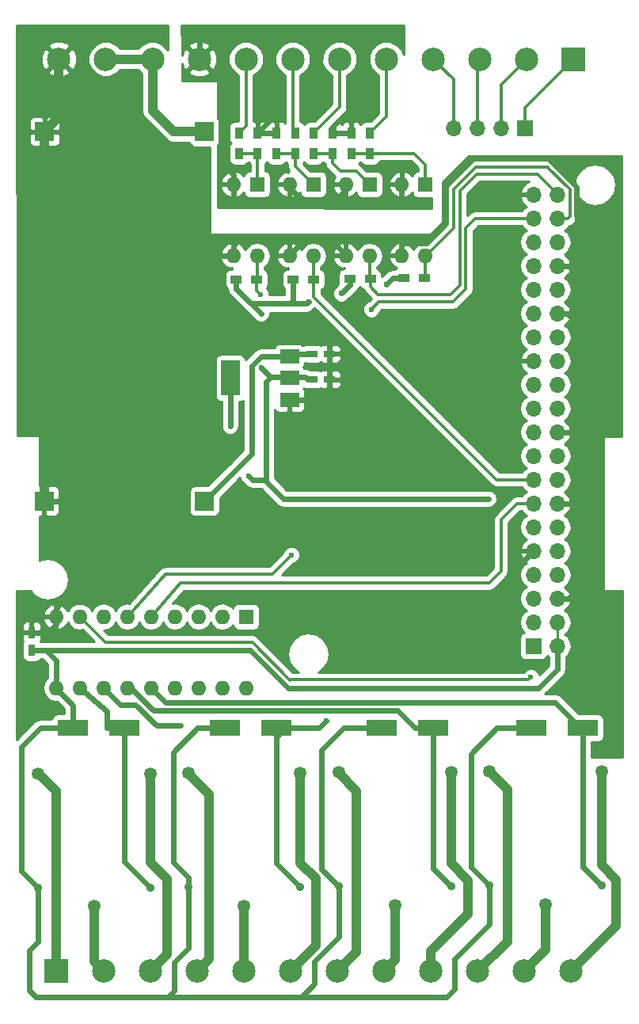
<source format=gbr>
G04 #@! TF.FileFunction,Copper,L1,Top,Signal*
%FSLAX46Y46*%
G04 Gerber Fmt 4.6, Leading zero omitted, Abs format (unit mm)*
G04 Created by KiCad (PCBNEW 4.0.6-e0-6349~53~ubuntu16.04.1) date Tue Jul  4 14:55:03 2017*
%MOMM*%
%LPD*%
G01*
G04 APERTURE LIST*
%ADD10C,0.100000*%
%ADD11R,1.998980X1.998980*%
%ADD12R,0.750000X1.200000*%
%ADD13C,2.500000*%
%ADD14R,2.500000X2.500000*%
%ADD15R,1.700000X1.700000*%
%ADD16O,1.700000X1.700000*%
%ADD17R,0.900000X1.200000*%
%ADD18R,1.200000X0.900000*%
%ADD19R,1.600000X1.600000*%
%ADD20O,1.600000X1.600000*%
%ADD21R,1.200000X0.750000*%
%ADD22R,3.300000X1.700000*%
%ADD23R,2.000000X3.800000*%
%ADD24R,2.000000X1.500000*%
%ADD25C,1.350000*%
%ADD26C,0.900000*%
%ADD27C,0.600000*%
%ADD28C,0.600000*%
%ADD29C,0.250000*%
%ADD30C,1.000000*%
%ADD31C,0.350000*%
%ADD32C,0.254000*%
G04 APERTURE END LIST*
D10*
D11*
X170025000Y-33751500D03*
X152975000Y-33751500D03*
X170072500Y-73248500D03*
X152927500Y-73248500D03*
D12*
X151580000Y-89200000D03*
X151580000Y-87300000D03*
D13*
X154500000Y-26000000D03*
X159500000Y-26000000D03*
X164500000Y-26000000D03*
X169500000Y-26000000D03*
X174500000Y-26000000D03*
X179500000Y-26000000D03*
X184500000Y-26000000D03*
X189500000Y-26000000D03*
X194500000Y-26000000D03*
X199500000Y-26000000D03*
D14*
X209500000Y-26000000D03*
D13*
X204500000Y-26000000D03*
D15*
X204300000Y-33400000D03*
D16*
X201760000Y-33400000D03*
X199220000Y-33400000D03*
X196680000Y-33400000D03*
D13*
X209250000Y-123500000D03*
X204250000Y-123500000D03*
X199250000Y-123500000D03*
X194250000Y-123500000D03*
X189250000Y-123500000D03*
X184250000Y-123500000D03*
X179250000Y-123500000D03*
X174250000Y-123500000D03*
X169250000Y-123500000D03*
X164250000Y-123500000D03*
D14*
X154250000Y-123500000D03*
D13*
X159250000Y-123500000D03*
D15*
X205250000Y-88750000D03*
D16*
X207790000Y-88750000D03*
X205250000Y-86210000D03*
X207790000Y-86210000D03*
X205250000Y-83670000D03*
X207790000Y-83670000D03*
X205250000Y-81130000D03*
X207790000Y-81130000D03*
X205250000Y-78590000D03*
X207790000Y-78590000D03*
X205250000Y-76050000D03*
X207790000Y-76050000D03*
X205250000Y-73510000D03*
X207790000Y-73510000D03*
X205250000Y-70970000D03*
X207790000Y-70970000D03*
X205250000Y-68430000D03*
X207790000Y-68430000D03*
X205250000Y-65890000D03*
X207790000Y-65890000D03*
X205250000Y-63350000D03*
X207790000Y-63350000D03*
X205250000Y-60810000D03*
X207790000Y-60810000D03*
X205250000Y-58270000D03*
X207790000Y-58270000D03*
X205250000Y-55730000D03*
X207790000Y-55730000D03*
X205250000Y-53190000D03*
X207790000Y-53190000D03*
X205250000Y-50650000D03*
X207790000Y-50650000D03*
X205250000Y-48110000D03*
X207790000Y-48110000D03*
X205250000Y-45570000D03*
X207790000Y-45570000D03*
X205250000Y-43030000D03*
X207790000Y-43030000D03*
X205250000Y-40490000D03*
X207790000Y-40490000D03*
D17*
X187750000Y-36100000D03*
X187750000Y-33900000D03*
X185750000Y-36100000D03*
X185750000Y-33900000D03*
X181750000Y-36100000D03*
X181750000Y-33900000D03*
X183750000Y-36100000D03*
X183750000Y-33900000D03*
X179750000Y-36100000D03*
X179750000Y-33900000D03*
X177750000Y-36100000D03*
X177750000Y-33900000D03*
X173750000Y-36100000D03*
X173750000Y-33900000D03*
X175750000Y-36100000D03*
X175750000Y-33900000D03*
D18*
X191400000Y-49400000D03*
X193600000Y-49400000D03*
X185600000Y-49500000D03*
X187800000Y-49500000D03*
X179550000Y-49550000D03*
X181750000Y-49550000D03*
X173450000Y-49550000D03*
X175650000Y-49550000D03*
D19*
X174510000Y-85610000D03*
D20*
X154190000Y-93230000D03*
X171970000Y-85610000D03*
X156730000Y-93230000D03*
X169430000Y-85610000D03*
X159270000Y-93230000D03*
X166890000Y-85610000D03*
X161810000Y-93230000D03*
X164350000Y-85610000D03*
X164350000Y-93230000D03*
X161810000Y-85610000D03*
X166890000Y-93230000D03*
X159270000Y-85610000D03*
X169430000Y-93230000D03*
X156730000Y-85610000D03*
X171970000Y-93230000D03*
X154190000Y-85610000D03*
X174510000Y-93230000D03*
D19*
X187700000Y-39400000D03*
D20*
X185160000Y-47020000D03*
X185160000Y-39400000D03*
X187700000Y-47020000D03*
D19*
X181700000Y-39400000D03*
D20*
X179160000Y-47020000D03*
X179160000Y-39400000D03*
X181700000Y-47020000D03*
D19*
X175700000Y-39400000D03*
D20*
X173160000Y-47020000D03*
X173160000Y-39400000D03*
X175700000Y-47020000D03*
D19*
X193700000Y-39400000D03*
D20*
X191160000Y-47020000D03*
X191160000Y-39400000D03*
X193700000Y-47020000D03*
D21*
X181550000Y-57500000D03*
X183450000Y-57500000D03*
X181550000Y-60250000D03*
X183450000Y-60250000D03*
D22*
X156000000Y-97500000D03*
X161500000Y-97500000D03*
X172250000Y-97500000D03*
X177750000Y-97500000D03*
X189000000Y-97500000D03*
X194500000Y-97500000D03*
X205000000Y-97500000D03*
X210500000Y-97500000D03*
D23*
X172850000Y-60100000D03*
D24*
X179150000Y-60100000D03*
X179150000Y-57800000D03*
X179150000Y-62400000D03*
D25*
X158250000Y-116570000D03*
D26*
X152250000Y-114570000D03*
X164250000Y-114570000D03*
D25*
X164250000Y-102370000D03*
X152250000Y-102370000D03*
X174310000Y-116550000D03*
D26*
X168310000Y-114550000D03*
X180310000Y-114550000D03*
D25*
X180310000Y-102350000D03*
X168310000Y-102350000D03*
X190420000Y-116460000D03*
D26*
X184420000Y-114460000D03*
X196420000Y-114460000D03*
D25*
X196420000Y-102260000D03*
X184420000Y-102260000D03*
X206510000Y-116370000D03*
D26*
X200510000Y-114370000D03*
X212510000Y-114370000D03*
D25*
X212510000Y-102170000D03*
X200510000Y-102170000D03*
D27*
X199400000Y-84300000D03*
X200850000Y-36650000D03*
X172800000Y-65200000D03*
X174800000Y-70600000D03*
X200400000Y-73000000D03*
X176150000Y-59000000D03*
X176100000Y-53200000D03*
X184700000Y-51050000D03*
X189500000Y-50100000D03*
X181200000Y-51900000D03*
X167525000Y-97275000D03*
X183100000Y-96700000D03*
X176050000Y-51150000D03*
X179350000Y-79000000D03*
X187900000Y-52750000D03*
X204950000Y-92100000D03*
D28*
X205000000Y-97500000D02*
X201320000Y-97500000D01*
X198540000Y-112400000D02*
X200520000Y-114380000D01*
X198540000Y-100280000D02*
X198540000Y-112400000D01*
X201320000Y-97500000D02*
X198540000Y-100280000D01*
X200520000Y-114380000D02*
X200520000Y-118500000D01*
X195950000Y-126250000D02*
X195250000Y-126250000D01*
X196770000Y-125430000D02*
X195950000Y-126250000D01*
X196770000Y-122250000D02*
X196770000Y-125430000D01*
X200520000Y-118500000D02*
X196770000Y-122250000D01*
X184420000Y-114460000D02*
X184420000Y-119880000D01*
X184420000Y-119880000D02*
X181810000Y-122490000D01*
X181810000Y-122490000D02*
X181810000Y-124860000D01*
X181810000Y-124860000D02*
X180420000Y-126250000D01*
X189000000Y-97500000D02*
X184970000Y-97500000D01*
X182610000Y-112650000D02*
X184420000Y-114460000D01*
X182610000Y-99860000D02*
X182610000Y-112650000D01*
X184970000Y-97500000D02*
X182610000Y-99860000D01*
X168310000Y-114550000D02*
X168310000Y-121030000D01*
X166800000Y-125590000D02*
X166140000Y-126250000D01*
X166800000Y-122540000D02*
X166800000Y-125590000D01*
X168310000Y-121030000D02*
X166800000Y-122540000D01*
X172250000Y-97500000D02*
X169310000Y-97500000D01*
X168310000Y-113500000D02*
X168310000Y-114550000D01*
X166730000Y-111920000D02*
X168310000Y-113500000D01*
X166730000Y-111320000D02*
X166730000Y-111920000D01*
X166730000Y-100080000D02*
X166730000Y-111320000D01*
X169310000Y-97500000D02*
X166730000Y-100080000D01*
X156000000Y-97500000D02*
X152510000Y-97500000D01*
X150480000Y-112800000D02*
X152250000Y-114570000D01*
X150480000Y-99530000D02*
X150480000Y-112800000D01*
X152510000Y-97500000D02*
X150480000Y-99530000D01*
X152250000Y-114570000D02*
X152250000Y-120360000D01*
X152250000Y-120360000D02*
X151300000Y-121310000D01*
X151300000Y-121310000D02*
X151300000Y-125540000D01*
X151300000Y-125540000D02*
X152010000Y-126250000D01*
X152010000Y-126250000D02*
X165250000Y-126250000D01*
X152200000Y-114520000D02*
X152250000Y-114570000D01*
X172250000Y-97500000D02*
X170675000Y-97500000D01*
X179150000Y-57800000D02*
X176100000Y-57800000D01*
X176100000Y-57800000D02*
X175100000Y-58800000D01*
X175100000Y-58800000D02*
X175100000Y-68200000D01*
X175100000Y-68200000D02*
X173700000Y-69600000D01*
X173700000Y-69600000D02*
X173700000Y-69621000D01*
X181550000Y-57500000D02*
X179450000Y-57500000D01*
X179450000Y-57500000D02*
X179150000Y-57800000D01*
X179450000Y-57500000D02*
X179150000Y-57800000D01*
X180420000Y-126250000D02*
X195250000Y-126250000D01*
X172250000Y-97500000D02*
X171100000Y-97500000D01*
X154190000Y-93230000D02*
X154190000Y-93290000D01*
X154190000Y-93290000D02*
X156000000Y-95100000D01*
X156000000Y-95100000D02*
X156000000Y-97500000D01*
X180250000Y-126250000D02*
X180420000Y-126250000D01*
X204320000Y-93220000D02*
X205780000Y-93220000D01*
X205780000Y-93220000D02*
X207790000Y-91210000D01*
X154190000Y-93230000D02*
X154190000Y-90300000D01*
X154190000Y-90300000D02*
X153090000Y-89200000D01*
X172390000Y-89200000D02*
X174990000Y-89200000D01*
X204320000Y-93220000D02*
X179010000Y-93220000D01*
X207790000Y-88750000D02*
X207790000Y-91210000D01*
X172390000Y-89200000D02*
X153090000Y-89200000D01*
X174990000Y-89200000D02*
X179010000Y-93220000D01*
X153090000Y-89200000D02*
X151580000Y-89200000D01*
X170072500Y-73248500D02*
X173700000Y-69621000D01*
D29*
X207790000Y-86210000D02*
X207790000Y-88750000D01*
D28*
X165250000Y-126250000D02*
X166140000Y-126250000D01*
X166140000Y-126250000D02*
X180250000Y-126250000D01*
X209890000Y-42700000D02*
X209890000Y-43140000D01*
X209890000Y-43140000D02*
X210450000Y-43700000D01*
X206875308Y-36650000D02*
X206880000Y-36650000D01*
X209875002Y-42700000D02*
X209890000Y-42700000D01*
X209875002Y-39645002D02*
X209875002Y-42700000D01*
X206880000Y-36650000D02*
X209875002Y-39645002D01*
X205825000Y-36650000D02*
X206875308Y-36650000D01*
X205825000Y-36650000D02*
X201350000Y-36650000D01*
X210500000Y-43700000D02*
X210450000Y-43700000D01*
X210500000Y-49650000D02*
X210500000Y-43700000D01*
X183450000Y-57500000D02*
X183450000Y-56250000D01*
X171800000Y-54800000D02*
X170500000Y-56100000D01*
X182000000Y-54800000D02*
X171800000Y-54800000D01*
X183450000Y-56250000D02*
X182000000Y-54800000D01*
X179150000Y-62400000D02*
X182100000Y-62400000D01*
X183450000Y-61050000D02*
X183450000Y-60250000D01*
X182100000Y-62400000D02*
X183450000Y-61050000D01*
X183450000Y-57500000D02*
X183450000Y-60250000D01*
X193840000Y-45660000D02*
X191160000Y-45660000D01*
X195900000Y-39550000D02*
X195900000Y-43600000D01*
X198800000Y-36650000D02*
X195900000Y-39550000D01*
X195900000Y-43600000D02*
X193840000Y-45660000D01*
X158240000Y-84065000D02*
X154750000Y-84065000D01*
X154190000Y-84750000D02*
X154190000Y-85610000D01*
X154750000Y-84065000D02*
X154190000Y-84750000D01*
X160210000Y-79580000D02*
X160210000Y-82220000D01*
X160210000Y-82220000D02*
X158240000Y-84065000D01*
X166490000Y-73248500D02*
X166490000Y-73300000D01*
X166490000Y-73300000D02*
X160210000Y-79580000D01*
X154190000Y-85610000D02*
X154190000Y-86390000D01*
X153280000Y-87300000D02*
X151580000Y-87300000D01*
X154190000Y-86390000D02*
X153280000Y-87300000D01*
X154190000Y-85610000D02*
X154190000Y-85600000D01*
X207790000Y-48110000D02*
X208960000Y-48110000D01*
X208960000Y-48110000D02*
X210500000Y-49650000D01*
X201350000Y-36650000D02*
X200850000Y-36650000D01*
X203100000Y-80740000D02*
X205250000Y-78590000D01*
X203100000Y-85100000D02*
X203100000Y-80740000D01*
X202600000Y-85600000D02*
X203100000Y-85100000D01*
X200700000Y-85600000D02*
X202600000Y-85600000D01*
X199400000Y-84300000D02*
X200700000Y-85600000D01*
X207790000Y-53190000D02*
X208790000Y-53190000D01*
X208790000Y-53190000D02*
X210500000Y-54900000D01*
X207790000Y-65890000D02*
X209140000Y-65890000D01*
X209140000Y-65890000D02*
X210500000Y-67250000D01*
X207790000Y-73510000D02*
X209360000Y-73510000D01*
X209360000Y-73510000D02*
X210500000Y-74650000D01*
X207790000Y-83670000D02*
X208880000Y-83670000D01*
X201350000Y-36650000D02*
X198800000Y-36650000D01*
X210500000Y-82050000D02*
X210500000Y-74650000D01*
X210500000Y-74650000D02*
X210500000Y-67250000D01*
X210500000Y-67250000D02*
X210500000Y-54900000D01*
X210500000Y-54900000D02*
X210500000Y-49650000D01*
X208880000Y-83670000D02*
X210500000Y-82050000D01*
D30*
X152975000Y-33751500D02*
X152975000Y-73201000D01*
X152975000Y-73201000D02*
X152927500Y-73248500D01*
X154500000Y-26000000D02*
X154500000Y-32226500D01*
X154500000Y-32226500D02*
X152975000Y-33751500D01*
D28*
X173160000Y-47020000D02*
X171480000Y-47020000D01*
X171480000Y-47020000D02*
X170500000Y-48000000D01*
X170500000Y-48000000D02*
X170500000Y-56100000D01*
X170500000Y-56100000D02*
X170500000Y-59000000D01*
X166501500Y-73248500D02*
X170500000Y-69250000D01*
X170500000Y-69250000D02*
X170500000Y-59000000D01*
X166490000Y-73248500D02*
X166501500Y-73248500D01*
X185160000Y-47020000D02*
X185160000Y-46960000D01*
X185160000Y-46960000D02*
X183300000Y-45100000D01*
X179160000Y-47020000D02*
X179160000Y-46940000D01*
X179160000Y-46940000D02*
X181000000Y-45100000D01*
X173160000Y-47020000D02*
X173160000Y-45940000D01*
X191160000Y-45660000D02*
X191160000Y-47020000D01*
X190600000Y-45100000D02*
X191160000Y-45660000D01*
X189800000Y-45100000D02*
X190600000Y-45100000D01*
X189300000Y-45100000D02*
X189800000Y-45100000D01*
X174000000Y-45100000D02*
X181000000Y-45100000D01*
X181000000Y-45100000D02*
X183300000Y-45100000D01*
X183300000Y-45100000D02*
X189300000Y-45100000D01*
X173160000Y-45940000D02*
X174000000Y-45100000D01*
D29*
X205250000Y-78590000D02*
X205340000Y-78590000D01*
D28*
X152927500Y-73248500D02*
X159060000Y-73248500D01*
X159060000Y-73248500D02*
X159790000Y-73248500D01*
X159790000Y-73248500D02*
X161501500Y-73248500D01*
X161501500Y-73248500D02*
X166490000Y-73248500D01*
X152975000Y-73201000D02*
X152927500Y-73248500D01*
X176650000Y-71000000D02*
X175200000Y-71000000D01*
X172850000Y-65150000D02*
X172850000Y-60100000D01*
X172800000Y-65200000D02*
X172850000Y-65150000D01*
X175200000Y-71000000D02*
X174800000Y-70600000D01*
X178250000Y-59960000D02*
X180835000Y-59960000D01*
X180835000Y-59960000D02*
X181125000Y-60250000D01*
X178550000Y-73000000D02*
X178500000Y-73000000D01*
X178550000Y-73000000D02*
X200400000Y-73000000D01*
X176650000Y-60500000D02*
X176650000Y-71000000D01*
X176650000Y-71000000D02*
X176650000Y-71150000D01*
X177190000Y-59960000D02*
X176650000Y-60500000D01*
X178250000Y-59960000D02*
X177190000Y-59960000D01*
X178500000Y-73000000D02*
X176650000Y-71150000D01*
X177110000Y-59960000D02*
X178250000Y-59960000D01*
X176150000Y-59000000D02*
X177110000Y-59960000D01*
X175050000Y-52150000D02*
X176100000Y-53200000D01*
X173450000Y-50550000D02*
X175050000Y-52150000D01*
X179150000Y-52150000D02*
X180950000Y-52150000D01*
X179150000Y-52150000D02*
X179550000Y-51750000D01*
X175050000Y-52150000D02*
X179150000Y-52150000D01*
X185600000Y-50150000D02*
X185600000Y-49500000D01*
X184700000Y-51050000D02*
X185600000Y-50150000D01*
X180950000Y-52150000D02*
X181200000Y-51900000D01*
X190200000Y-49400000D02*
X191400000Y-49400000D01*
X189500000Y-50100000D02*
X190200000Y-49400000D01*
X173450000Y-49550000D02*
X173450000Y-50550000D01*
X179550000Y-51750000D02*
X179550000Y-49550000D01*
X161500000Y-97500000D02*
X161500000Y-111820000D01*
X161500000Y-111820000D02*
X164250000Y-114570000D01*
X159600000Y-97500000D02*
X159600000Y-95680000D01*
X159600000Y-95680000D02*
X156730000Y-93230000D01*
X156730000Y-92990000D02*
X156730000Y-93090000D01*
X159600000Y-97500000D02*
X160750000Y-97500000D01*
X160750000Y-97500000D02*
X161250000Y-98000000D01*
X177750000Y-97500000D02*
X177750000Y-111990000D01*
X177750000Y-111990000D02*
X180310000Y-114550000D01*
X159270000Y-93230000D02*
X159280000Y-93230000D01*
X159280000Y-93230000D02*
X161075000Y-95025000D01*
X161075000Y-95025000D02*
X162700000Y-95025000D01*
X162700000Y-95025000D02*
X164950000Y-97275000D01*
X164950000Y-97275000D02*
X167525000Y-97275000D01*
X183100000Y-96700000D02*
X182300000Y-97500000D01*
X182300000Y-97500000D02*
X177750000Y-97500000D01*
X159270000Y-92990000D02*
X159270000Y-93130000D01*
X177250000Y-97500000D02*
X178000000Y-98250000D01*
X194500000Y-97500000D02*
X194500000Y-112540000D01*
X194500000Y-112540000D02*
X196420000Y-114460000D01*
X161810000Y-93230000D02*
X162205000Y-93230000D01*
X162205000Y-93230000D02*
X164645000Y-95670000D01*
X165300000Y-95670000D02*
X164645000Y-95670000D01*
X165300000Y-95670000D02*
X190736878Y-95670000D01*
X190736878Y-95670000D02*
X192600000Y-97500000D01*
X192600000Y-97500000D02*
X193500000Y-97500000D01*
X210500000Y-97500000D02*
X210500000Y-112360000D01*
X210500000Y-112360000D02*
X212510000Y-114370000D01*
X210500000Y-97500000D02*
X210300000Y-97500000D01*
X210300000Y-97500000D02*
X207590000Y-94790000D01*
X207590000Y-94790000D02*
X205830346Y-94790000D01*
X167430000Y-94790000D02*
X165910000Y-94790000D01*
X165910000Y-94790000D02*
X164350000Y-93230000D01*
X167430000Y-94790000D02*
X205830346Y-94790000D01*
X209750000Y-97500000D02*
X210250000Y-98000000D01*
D30*
X212510000Y-102170000D02*
X212510000Y-112170000D01*
X214050000Y-118700000D02*
X209250000Y-123500000D01*
X214050000Y-113710000D02*
X214050000Y-118700000D01*
X212510000Y-112170000D02*
X214050000Y-113710000D01*
X206510000Y-116370000D02*
X206510000Y-121240000D01*
X206510000Y-121240000D02*
X204250000Y-123500000D01*
X200510000Y-102170000D02*
X200520000Y-102170000D01*
X200520000Y-102170000D02*
X202430000Y-104080000D01*
X202430000Y-104080000D02*
X202430000Y-120320000D01*
X202430000Y-120320000D02*
X199250000Y-123500000D01*
X196420000Y-102260000D02*
X196420000Y-111990000D01*
X194250000Y-121330000D02*
X194250000Y-123500000D01*
X198230000Y-117350000D02*
X194250000Y-121330000D01*
X198230000Y-113800000D02*
X198230000Y-117350000D01*
X196420000Y-111990000D02*
X198230000Y-113800000D01*
X190420000Y-116460000D02*
X190420000Y-122330000D01*
X190420000Y-122330000D02*
X189250000Y-123500000D01*
X184420000Y-102260000D02*
X184420000Y-102360000D01*
X184420000Y-102360000D02*
X186330000Y-104270000D01*
X186330000Y-104270000D02*
X186330000Y-121420000D01*
X186330000Y-121420000D02*
X184250000Y-123500000D01*
X180310000Y-102350000D02*
X180310000Y-111940000D01*
X181950000Y-120800000D02*
X179250000Y-123500000D01*
X181950000Y-113580000D02*
X181950000Y-120800000D01*
X180310000Y-111940000D02*
X181950000Y-113580000D01*
X174310000Y-116550000D02*
X174310000Y-123440000D01*
X174310000Y-123440000D02*
X174250000Y-123500000D01*
X168310000Y-102350000D02*
X168310000Y-102370000D01*
X168310000Y-102370000D02*
X170550000Y-104610000D01*
X170550000Y-104610000D02*
X170550000Y-122200000D01*
X170550000Y-122200000D02*
X169250000Y-123500000D01*
X164250000Y-102370000D02*
X164250000Y-111860000D01*
X166080000Y-121670000D02*
X164250000Y-123500000D01*
X166080000Y-113690000D02*
X166080000Y-121670000D01*
X164250000Y-111860000D02*
X166080000Y-113690000D01*
X152250000Y-102370000D02*
X152330000Y-102370000D01*
X152330000Y-102370000D02*
X154250000Y-104290000D01*
X154250000Y-104290000D02*
X154250000Y-123500000D01*
X158250000Y-116570000D02*
X158250000Y-122500000D01*
X158250000Y-122500000D02*
X159250000Y-123500000D01*
X158250000Y-122500000D02*
X159250000Y-123500000D01*
X159500000Y-26000000D02*
X164500000Y-26000000D01*
X164500000Y-26000000D02*
X164500000Y-31500000D01*
X166751500Y-33751500D02*
X170025000Y-33751500D01*
X164500000Y-31500000D02*
X166751500Y-33751500D01*
D31*
X174500000Y-26000000D02*
X174500000Y-33150000D01*
X174500000Y-33150000D02*
X173750000Y-33900000D01*
X179500000Y-26000000D02*
X179500000Y-33650000D01*
X179500000Y-33650000D02*
X179750000Y-33900000D01*
X184500000Y-26000000D02*
X184500000Y-31150000D01*
X184500000Y-31150000D02*
X181750000Y-33900000D01*
X189500000Y-26000000D02*
X189500000Y-32150000D01*
X189500000Y-32150000D02*
X187750000Y-33900000D01*
X196680000Y-33400000D02*
X196680000Y-28180000D01*
X196680000Y-28180000D02*
X194500000Y-26000000D01*
X199220000Y-33400000D02*
X199220000Y-26280000D01*
X199220000Y-26280000D02*
X199500000Y-26000000D01*
X199550000Y-33070000D02*
X199220000Y-33400000D01*
X204300000Y-33400000D02*
X204300000Y-31200000D01*
X204300000Y-31200000D02*
X209500000Y-26000000D01*
X201760000Y-33400000D02*
X201760000Y-28740000D01*
X201760000Y-28740000D02*
X204500000Y-26000000D01*
X187750000Y-36100000D02*
X192500000Y-36100000D01*
X193700000Y-37300000D02*
X193700000Y-39400000D01*
X192500000Y-36100000D02*
X193700000Y-37300000D01*
X185750000Y-36100000D02*
X187750000Y-36100000D01*
X183750000Y-36100000D02*
X183750000Y-37150000D01*
X186300000Y-38000000D02*
X187700000Y-39400000D01*
X184600000Y-38000000D02*
X186300000Y-38000000D01*
X183750000Y-37150000D02*
X184600000Y-38000000D01*
X181750000Y-36100000D02*
X183750000Y-36100000D01*
X179750000Y-36100000D02*
X179750000Y-37450000D01*
X179750000Y-37450000D02*
X181700000Y-39400000D01*
X177750000Y-36100000D02*
X179750000Y-36100000D01*
X175750000Y-36100000D02*
X175750000Y-39350000D01*
X175750000Y-39350000D02*
X175700000Y-39400000D01*
X173750000Y-36100000D02*
X175750000Y-36100000D01*
X206800000Y-37600000D02*
X209150000Y-39950000D01*
X209150000Y-42800000D02*
X208920000Y-43030000D01*
X209150000Y-39950000D02*
X209150000Y-42800000D01*
X206800000Y-37600000D02*
X206750000Y-37550000D01*
X207790000Y-43030000D02*
X208920000Y-43030000D01*
X196700000Y-39900000D02*
X199050000Y-37550000D01*
X193730000Y-47020000D02*
X196700000Y-44050000D01*
X199050000Y-37550000D02*
X206750000Y-37550000D01*
X196700000Y-44050000D02*
X196700000Y-39900000D01*
X193700000Y-47020000D02*
X193730000Y-47020000D01*
X193700000Y-47020000D02*
X193700000Y-49300000D01*
X193700000Y-49300000D02*
X193600000Y-49400000D01*
X199150000Y-38300000D02*
X197350000Y-40100000D01*
X207790000Y-40490000D02*
X207790000Y-40440000D01*
X207790000Y-40440000D02*
X205650000Y-38300000D01*
X205650000Y-38300000D02*
X199150000Y-38300000D01*
X197350000Y-40100000D02*
X197350000Y-50150000D01*
X197350000Y-50150000D02*
X196350000Y-51150000D01*
X196350000Y-51150000D02*
X188600000Y-51150000D01*
X188600000Y-51150000D02*
X187800000Y-50350000D01*
X187800000Y-50350000D02*
X187800000Y-49500000D01*
X187700000Y-47020000D02*
X187700000Y-49400000D01*
X187700000Y-49400000D02*
X187800000Y-49500000D01*
X181750000Y-49550000D02*
X181750000Y-51400000D01*
X201320000Y-70970000D02*
X201870000Y-70970000D01*
X181750000Y-51400000D02*
X201320000Y-70970000D01*
X201870000Y-70970000D02*
X205250000Y-70970000D01*
X181700000Y-47020000D02*
X181700000Y-49500000D01*
X181700000Y-49500000D02*
X181750000Y-49550000D01*
X176050000Y-51150000D02*
X175650000Y-50750000D01*
X175650000Y-50750000D02*
X175650000Y-49550000D01*
X175700000Y-47020000D02*
X175700000Y-49500000D01*
X175700000Y-49500000D02*
X175650000Y-49550000D01*
X167940000Y-82000000D02*
X167460000Y-82000000D01*
X167460000Y-82000000D02*
X164350000Y-85610000D01*
X168130000Y-82000000D02*
X167940000Y-82000000D01*
X168130000Y-82000000D02*
X200500000Y-82000000D01*
X200500000Y-82000000D02*
X201750000Y-80750000D01*
X201750000Y-80750000D02*
X201750000Y-75250000D01*
X201750000Y-75250000D02*
X203490000Y-73510000D01*
X203490000Y-73510000D02*
X205250000Y-73510000D01*
X164350000Y-85370000D02*
X164350000Y-85280000D01*
X167090000Y-81050000D02*
X165870000Y-81050000D01*
X165870000Y-81050000D02*
X161810000Y-85610000D01*
X167550000Y-81050000D02*
X167090000Y-81050000D01*
X205250000Y-43030000D02*
X199020002Y-43030000D01*
X177300000Y-81050000D02*
X167550000Y-81050000D01*
X179350000Y-79000000D02*
X177300000Y-81050000D01*
X188700000Y-51950000D02*
X187900000Y-52750000D01*
X196650000Y-51950000D02*
X188700000Y-51950000D01*
X198000000Y-50600000D02*
X196650000Y-51950000D01*
X198000000Y-44050002D02*
X198000000Y-50600000D01*
X199020002Y-43030000D02*
X198000000Y-44050002D01*
X203670000Y-92360000D02*
X204690000Y-92360000D01*
X204690000Y-92360000D02*
X204950000Y-92100000D01*
X160230000Y-88350000D02*
X159470000Y-88350000D01*
X159470000Y-88350000D02*
X156730000Y-85610000D01*
X173930000Y-88350000D02*
X175165308Y-88350000D01*
X179197654Y-92382346D02*
X179197654Y-92336543D01*
X175165308Y-88350000D02*
X179197654Y-92382346D01*
X173930000Y-88350000D02*
X160230000Y-88350000D01*
X179197654Y-92336543D02*
X179220000Y-92360000D01*
X179220000Y-92360000D02*
X203670000Y-92360000D01*
D28*
X173160000Y-39400000D02*
X173160000Y-38360000D01*
X171900000Y-28400000D02*
X169500000Y-26000000D01*
X171900000Y-37100000D02*
X171900000Y-28400000D01*
X173160000Y-38360000D02*
X171900000Y-37100000D01*
X185160000Y-39400000D02*
X185160000Y-39940000D01*
X185160000Y-39940000D02*
X183600000Y-41500000D01*
X179160000Y-39400000D02*
X179160000Y-39760000D01*
X179160000Y-39760000D02*
X180900000Y-41500000D01*
X173160000Y-39400000D02*
X173160000Y-40860000D01*
X191160000Y-41040000D02*
X191160000Y-39400000D01*
X190700000Y-41500000D02*
X191160000Y-41040000D01*
X173800000Y-41500000D02*
X180900000Y-41500000D01*
X180900000Y-41500000D02*
X183600000Y-41500000D01*
X183600000Y-41500000D02*
X190700000Y-41500000D01*
X173160000Y-40860000D02*
X173800000Y-41500000D01*
X183750000Y-33900000D02*
X183750000Y-33250000D01*
X185300000Y-22700000D02*
X175600000Y-22700000D01*
X187000000Y-24400000D02*
X185300000Y-22700000D01*
X187000000Y-30000000D02*
X187000000Y-24400000D01*
X183750000Y-33250000D02*
X187000000Y-30000000D01*
X185750000Y-33900000D02*
X183750000Y-33900000D01*
X175750000Y-33900000D02*
X177750000Y-33900000D01*
X169500000Y-26000000D02*
X169500000Y-23500000D01*
X170300000Y-22700000D02*
X175600000Y-22700000D01*
X169500000Y-23500000D02*
X170300000Y-22700000D01*
X177000000Y-32650000D02*
X175750000Y-33900000D01*
X175600000Y-22700000D02*
X177000000Y-24100000D01*
X177000000Y-24100000D02*
X177000000Y-32650000D01*
D32*
G36*
X191348265Y-22426868D02*
X191354805Y-25552828D01*
X191098957Y-24933628D01*
X190569161Y-24402907D01*
X189876595Y-24115328D01*
X189126695Y-24114674D01*
X188433628Y-24401043D01*
X187902907Y-24930839D01*
X187615328Y-25623405D01*
X187614674Y-26373305D01*
X187901043Y-27066372D01*
X188430839Y-27597093D01*
X188690000Y-27704706D01*
X188690000Y-31814487D01*
X187851928Y-32652560D01*
X187300000Y-32652560D01*
X187064683Y-32696838D01*
X186848559Y-32835910D01*
X186753010Y-32975750D01*
X186738327Y-32940302D01*
X186559699Y-32761673D01*
X186326310Y-32665000D01*
X186035750Y-32665000D01*
X185877000Y-32823750D01*
X185877000Y-33773000D01*
X185897000Y-33773000D01*
X185897000Y-34027000D01*
X185877000Y-34027000D01*
X185877000Y-34047000D01*
X185623000Y-34047000D01*
X185623000Y-34027000D01*
X184823750Y-34027000D01*
X184750000Y-34100750D01*
X184676250Y-34027000D01*
X183877000Y-34027000D01*
X183877000Y-34047000D01*
X183623000Y-34047000D01*
X183623000Y-34027000D01*
X183603000Y-34027000D01*
X183603000Y-33773000D01*
X183623000Y-33773000D01*
X183623000Y-33753000D01*
X183877000Y-33753000D01*
X183877000Y-33773000D01*
X184676250Y-33773000D01*
X184750000Y-33699250D01*
X184823750Y-33773000D01*
X185623000Y-33773000D01*
X185623000Y-32823750D01*
X185464250Y-32665000D01*
X185173690Y-32665000D01*
X184940301Y-32761673D01*
X184761673Y-32940302D01*
X184750000Y-32968483D01*
X184738327Y-32940302D01*
X184559699Y-32761673D01*
X184326310Y-32665000D01*
X184130513Y-32665000D01*
X185072756Y-31722757D01*
X185221597Y-31500000D01*
X185248342Y-31459974D01*
X185310000Y-31150000D01*
X185310000Y-27704888D01*
X185566372Y-27598957D01*
X186097093Y-27069161D01*
X186384672Y-26376595D01*
X186385326Y-25626695D01*
X186098957Y-24933628D01*
X185569161Y-24402907D01*
X184876595Y-24115328D01*
X184126695Y-24114674D01*
X183433628Y-24401043D01*
X182902907Y-24930839D01*
X182615328Y-25623405D01*
X182614674Y-26373305D01*
X182901043Y-27066372D01*
X183430839Y-27597093D01*
X183690000Y-27704706D01*
X183690000Y-30814487D01*
X181851928Y-32652560D01*
X181300000Y-32652560D01*
X181064683Y-32696838D01*
X180848559Y-32835910D01*
X180749367Y-32981083D01*
X180664090Y-32848559D01*
X180451890Y-32703569D01*
X180310000Y-32674836D01*
X180310000Y-27704888D01*
X180566372Y-27598957D01*
X181097093Y-27069161D01*
X181384672Y-26376595D01*
X181385326Y-25626695D01*
X181098957Y-24933628D01*
X180569161Y-24402907D01*
X179876595Y-24115328D01*
X179126695Y-24114674D01*
X178433628Y-24401043D01*
X177902907Y-24930839D01*
X177615328Y-25623405D01*
X177614674Y-26373305D01*
X177901043Y-27066372D01*
X178430839Y-27597093D01*
X178690000Y-27704706D01*
X178690000Y-32891975D01*
X178559699Y-32761673D01*
X178326310Y-32665000D01*
X178035750Y-32665000D01*
X177877000Y-32823750D01*
X177877000Y-33773000D01*
X177897000Y-33773000D01*
X177897000Y-34027000D01*
X177877000Y-34027000D01*
X177877000Y-34047000D01*
X177623000Y-34047000D01*
X177623000Y-34027000D01*
X176823750Y-34027000D01*
X176750000Y-34100750D01*
X176676250Y-34027000D01*
X175877000Y-34027000D01*
X175877000Y-34047000D01*
X175623000Y-34047000D01*
X175623000Y-34027000D01*
X175603000Y-34027000D01*
X175603000Y-33773000D01*
X175623000Y-33773000D01*
X175623000Y-32823750D01*
X175877000Y-32823750D01*
X175877000Y-33773000D01*
X176676250Y-33773000D01*
X176750000Y-33699250D01*
X176823750Y-33773000D01*
X177623000Y-33773000D01*
X177623000Y-32823750D01*
X177464250Y-32665000D01*
X177173690Y-32665000D01*
X176940301Y-32761673D01*
X176761673Y-32940302D01*
X176750000Y-32968483D01*
X176738327Y-32940302D01*
X176559699Y-32761673D01*
X176326310Y-32665000D01*
X176035750Y-32665000D01*
X175877000Y-32823750D01*
X175623000Y-32823750D01*
X175464250Y-32665000D01*
X175310000Y-32665000D01*
X175310000Y-27704888D01*
X175566372Y-27598957D01*
X176097093Y-27069161D01*
X176384672Y-26376595D01*
X176385326Y-25626695D01*
X176098957Y-24933628D01*
X175569161Y-24402907D01*
X174876595Y-24115328D01*
X174126695Y-24114674D01*
X173433628Y-24401043D01*
X172902907Y-24930839D01*
X172615328Y-25623405D01*
X172614674Y-26373305D01*
X172901043Y-27066372D01*
X173430839Y-27597093D01*
X173690000Y-27704706D01*
X173690000Y-32652560D01*
X173300000Y-32652560D01*
X173064683Y-32696838D01*
X172848559Y-32835910D01*
X172703569Y-33048110D01*
X172652560Y-33300000D01*
X172652560Y-34500000D01*
X172696838Y-34735317D01*
X172835910Y-34951441D01*
X172905711Y-34999134D01*
X172848559Y-35035910D01*
X172703569Y-35248110D01*
X172652560Y-35500000D01*
X172652560Y-36700000D01*
X172696838Y-36935317D01*
X172835910Y-37151441D01*
X173048110Y-37296431D01*
X173300000Y-37347440D01*
X174200000Y-37347440D01*
X174435317Y-37303162D01*
X174651441Y-37164090D01*
X174750633Y-37018917D01*
X174835910Y-37151441D01*
X174940000Y-37222563D01*
X174940000Y-37952560D01*
X174900000Y-37952560D01*
X174664683Y-37996838D01*
X174448559Y-38135910D01*
X174303569Y-38348110D01*
X174271268Y-38507616D01*
X173897423Y-38168959D01*
X173509039Y-38008096D01*
X173287000Y-38130085D01*
X173287000Y-39273000D01*
X173307000Y-39273000D01*
X173307000Y-39527000D01*
X173287000Y-39527000D01*
X173287000Y-40669915D01*
X173509039Y-40791904D01*
X173897423Y-40631041D01*
X174270136Y-40293410D01*
X174296838Y-40435317D01*
X174435910Y-40651441D01*
X174648110Y-40796431D01*
X174900000Y-40847440D01*
X176500000Y-40847440D01*
X176735317Y-40803162D01*
X176951441Y-40664090D01*
X177096431Y-40451890D01*
X177147440Y-40200000D01*
X177147440Y-39749041D01*
X177768086Y-39749041D01*
X178007611Y-40255134D01*
X178422577Y-40631041D01*
X178810961Y-40791904D01*
X179033000Y-40669915D01*
X179033000Y-39527000D01*
X177889371Y-39527000D01*
X177768086Y-39749041D01*
X177147440Y-39749041D01*
X177147440Y-38600000D01*
X177103162Y-38364683D01*
X176964090Y-38148559D01*
X176751890Y-38003569D01*
X176560000Y-37964710D01*
X176560000Y-37222931D01*
X176651441Y-37164090D01*
X176750633Y-37018917D01*
X176835910Y-37151441D01*
X177048110Y-37296431D01*
X177300000Y-37347440D01*
X178200000Y-37347440D01*
X178435317Y-37303162D01*
X178651441Y-37164090D01*
X178750633Y-37018917D01*
X178835910Y-37151441D01*
X178940000Y-37222563D01*
X178940000Y-37450000D01*
X179001658Y-37759974D01*
X179138653Y-37965000D01*
X179032998Y-37965000D01*
X179032998Y-38130084D01*
X178810961Y-38008096D01*
X178422577Y-38168959D01*
X178007611Y-38544866D01*
X177768086Y-39050959D01*
X177889371Y-39273000D01*
X179033000Y-39273000D01*
X179033000Y-39253000D01*
X179287000Y-39253000D01*
X179287000Y-39273000D01*
X179307000Y-39273000D01*
X179307000Y-39527000D01*
X179287000Y-39527000D01*
X179287000Y-40669915D01*
X179509039Y-40791904D01*
X179897423Y-40631041D01*
X180270136Y-40293410D01*
X180296838Y-40435317D01*
X180435910Y-40651441D01*
X180648110Y-40796431D01*
X180900000Y-40847440D01*
X182500000Y-40847440D01*
X182735317Y-40803162D01*
X182951441Y-40664090D01*
X183096431Y-40451890D01*
X183147440Y-40200000D01*
X183147440Y-39749041D01*
X183768086Y-39749041D01*
X184007611Y-40255134D01*
X184422577Y-40631041D01*
X184810961Y-40791904D01*
X185033000Y-40669915D01*
X185033000Y-39527000D01*
X183889371Y-39527000D01*
X183768086Y-39749041D01*
X183147440Y-39749041D01*
X183147440Y-38600000D01*
X183103162Y-38364683D01*
X182964090Y-38148559D01*
X182751890Y-38003569D01*
X182500000Y-37952560D01*
X181398073Y-37952560D01*
X180625984Y-37180471D01*
X180651441Y-37164090D01*
X180750633Y-37018917D01*
X180835910Y-37151441D01*
X181048110Y-37296431D01*
X181300000Y-37347440D01*
X182200000Y-37347440D01*
X182435317Y-37303162D01*
X182651441Y-37164090D01*
X182750633Y-37018917D01*
X182835910Y-37151441D01*
X182956704Y-37233976D01*
X183001658Y-37459974D01*
X183155375Y-37690027D01*
X183177244Y-37722756D01*
X184004958Y-38550471D01*
X183768086Y-39050959D01*
X183889371Y-39273000D01*
X185033000Y-39273000D01*
X185033000Y-39253000D01*
X185287000Y-39253000D01*
X185287000Y-39273000D01*
X185307000Y-39273000D01*
X185307000Y-39527000D01*
X185287000Y-39527000D01*
X185287000Y-40669915D01*
X185509039Y-40791904D01*
X185897423Y-40631041D01*
X186270136Y-40293410D01*
X186296838Y-40435317D01*
X186435910Y-40651441D01*
X186648110Y-40796431D01*
X186900000Y-40847440D01*
X188500000Y-40847440D01*
X188735317Y-40803162D01*
X188951441Y-40664090D01*
X189096431Y-40451890D01*
X189147440Y-40200000D01*
X189147440Y-39749041D01*
X189768086Y-39749041D01*
X190007611Y-40255134D01*
X190422577Y-40631041D01*
X190810961Y-40791904D01*
X191033000Y-40669915D01*
X191033000Y-39527000D01*
X189889371Y-39527000D01*
X189768086Y-39749041D01*
X189147440Y-39749041D01*
X189147440Y-39050959D01*
X189768086Y-39050959D01*
X189889371Y-39273000D01*
X191033000Y-39273000D01*
X191033000Y-38130085D01*
X190810961Y-38008096D01*
X190422577Y-38168959D01*
X190007611Y-38544866D01*
X189768086Y-39050959D01*
X189147440Y-39050959D01*
X189147440Y-38600000D01*
X189103162Y-38364683D01*
X188964090Y-38148559D01*
X188751890Y-38003569D01*
X188500000Y-37952560D01*
X187398072Y-37952560D01*
X186872756Y-37427244D01*
X186753321Y-37347440D01*
X186609974Y-37251658D01*
X186537698Y-37237281D01*
X186651441Y-37164090D01*
X186750633Y-37018917D01*
X186835910Y-37151441D01*
X187048110Y-37296431D01*
X187300000Y-37347440D01*
X188200000Y-37347440D01*
X188435317Y-37303162D01*
X188651441Y-37164090D01*
X188796431Y-36951890D01*
X188804914Y-36910000D01*
X192164488Y-36910000D01*
X192890000Y-37635513D01*
X192890000Y-37954442D01*
X192664683Y-37996838D01*
X192448559Y-38135910D01*
X192303569Y-38348110D01*
X192271268Y-38507616D01*
X191897423Y-38168959D01*
X191509039Y-38008096D01*
X191287000Y-38130085D01*
X191287000Y-39273000D01*
X191307000Y-39273000D01*
X191307000Y-39527000D01*
X191287000Y-39527000D01*
X191287000Y-40669915D01*
X191509039Y-40791904D01*
X191897423Y-40631041D01*
X192270136Y-40293410D01*
X192296838Y-40435317D01*
X192435910Y-40651441D01*
X192648110Y-40796431D01*
X192900000Y-40847440D01*
X194373000Y-40847440D01*
X194373000Y-41922863D01*
X171502000Y-41898137D01*
X171502000Y-39749041D01*
X171768086Y-39749041D01*
X172007611Y-40255134D01*
X172422577Y-40631041D01*
X172810961Y-40791904D01*
X173033000Y-40669915D01*
X173033000Y-39527000D01*
X171889371Y-39527000D01*
X171768086Y-39749041D01*
X171502000Y-39749041D01*
X171502000Y-39050959D01*
X171768086Y-39050959D01*
X171889371Y-39273000D01*
X173033000Y-39273000D01*
X173033000Y-38130085D01*
X172810961Y-38008096D01*
X172422577Y-38168959D01*
X172007611Y-38544866D01*
X171768086Y-39050959D01*
X171502000Y-39050959D01*
X171502000Y-35176927D01*
X171620921Y-35002880D01*
X171671930Y-34750990D01*
X171671930Y-32752010D01*
X171627652Y-32516693D01*
X171502000Y-32321424D01*
X171502000Y-28475000D01*
X171491994Y-28425590D01*
X171463553Y-28383965D01*
X171421159Y-28356685D01*
X171375000Y-28348000D01*
X167651489Y-28348000D01*
X167647398Y-27333320D01*
X168346285Y-27333320D01*
X168475533Y-27626123D01*
X169175806Y-27894388D01*
X169925435Y-27874250D01*
X170524467Y-27626123D01*
X170653715Y-27333320D01*
X169500000Y-26179605D01*
X168346285Y-27333320D01*
X167647398Y-27333320D01*
X167643914Y-26469286D01*
X167873877Y-27024467D01*
X168166680Y-27153715D01*
X169320395Y-26000000D01*
X169679605Y-26000000D01*
X170833320Y-27153715D01*
X171126123Y-27024467D01*
X171394388Y-26324194D01*
X171374250Y-25574565D01*
X171126123Y-24975533D01*
X170833320Y-24846285D01*
X169679605Y-26000000D01*
X169320395Y-26000000D01*
X168166680Y-24846285D01*
X167873877Y-24975533D01*
X167640349Y-25585131D01*
X167636646Y-24666680D01*
X168346285Y-24666680D01*
X169500000Y-25820395D01*
X170653715Y-24666680D01*
X170524467Y-24373877D01*
X169824194Y-24105612D01*
X169074565Y-24125750D01*
X168475533Y-24373877D01*
X168346285Y-24666680D01*
X167636646Y-24666680D01*
X167627514Y-22402133D01*
X191348265Y-22426868D01*
X191348265Y-22426868D01*
G37*
X191348265Y-22426868D02*
X191354805Y-25552828D01*
X191098957Y-24933628D01*
X190569161Y-24402907D01*
X189876595Y-24115328D01*
X189126695Y-24114674D01*
X188433628Y-24401043D01*
X187902907Y-24930839D01*
X187615328Y-25623405D01*
X187614674Y-26373305D01*
X187901043Y-27066372D01*
X188430839Y-27597093D01*
X188690000Y-27704706D01*
X188690000Y-31814487D01*
X187851928Y-32652560D01*
X187300000Y-32652560D01*
X187064683Y-32696838D01*
X186848559Y-32835910D01*
X186753010Y-32975750D01*
X186738327Y-32940302D01*
X186559699Y-32761673D01*
X186326310Y-32665000D01*
X186035750Y-32665000D01*
X185877000Y-32823750D01*
X185877000Y-33773000D01*
X185897000Y-33773000D01*
X185897000Y-34027000D01*
X185877000Y-34027000D01*
X185877000Y-34047000D01*
X185623000Y-34047000D01*
X185623000Y-34027000D01*
X184823750Y-34027000D01*
X184750000Y-34100750D01*
X184676250Y-34027000D01*
X183877000Y-34027000D01*
X183877000Y-34047000D01*
X183623000Y-34047000D01*
X183623000Y-34027000D01*
X183603000Y-34027000D01*
X183603000Y-33773000D01*
X183623000Y-33773000D01*
X183623000Y-33753000D01*
X183877000Y-33753000D01*
X183877000Y-33773000D01*
X184676250Y-33773000D01*
X184750000Y-33699250D01*
X184823750Y-33773000D01*
X185623000Y-33773000D01*
X185623000Y-32823750D01*
X185464250Y-32665000D01*
X185173690Y-32665000D01*
X184940301Y-32761673D01*
X184761673Y-32940302D01*
X184750000Y-32968483D01*
X184738327Y-32940302D01*
X184559699Y-32761673D01*
X184326310Y-32665000D01*
X184130513Y-32665000D01*
X185072756Y-31722757D01*
X185221597Y-31500000D01*
X185248342Y-31459974D01*
X185310000Y-31150000D01*
X185310000Y-27704888D01*
X185566372Y-27598957D01*
X186097093Y-27069161D01*
X186384672Y-26376595D01*
X186385326Y-25626695D01*
X186098957Y-24933628D01*
X185569161Y-24402907D01*
X184876595Y-24115328D01*
X184126695Y-24114674D01*
X183433628Y-24401043D01*
X182902907Y-24930839D01*
X182615328Y-25623405D01*
X182614674Y-26373305D01*
X182901043Y-27066372D01*
X183430839Y-27597093D01*
X183690000Y-27704706D01*
X183690000Y-30814487D01*
X181851928Y-32652560D01*
X181300000Y-32652560D01*
X181064683Y-32696838D01*
X180848559Y-32835910D01*
X180749367Y-32981083D01*
X180664090Y-32848559D01*
X180451890Y-32703569D01*
X180310000Y-32674836D01*
X180310000Y-27704888D01*
X180566372Y-27598957D01*
X181097093Y-27069161D01*
X181384672Y-26376595D01*
X181385326Y-25626695D01*
X181098957Y-24933628D01*
X180569161Y-24402907D01*
X179876595Y-24115328D01*
X179126695Y-24114674D01*
X178433628Y-24401043D01*
X177902907Y-24930839D01*
X177615328Y-25623405D01*
X177614674Y-26373305D01*
X177901043Y-27066372D01*
X178430839Y-27597093D01*
X178690000Y-27704706D01*
X178690000Y-32891975D01*
X178559699Y-32761673D01*
X178326310Y-32665000D01*
X178035750Y-32665000D01*
X177877000Y-32823750D01*
X177877000Y-33773000D01*
X177897000Y-33773000D01*
X177897000Y-34027000D01*
X177877000Y-34027000D01*
X177877000Y-34047000D01*
X177623000Y-34047000D01*
X177623000Y-34027000D01*
X176823750Y-34027000D01*
X176750000Y-34100750D01*
X176676250Y-34027000D01*
X175877000Y-34027000D01*
X175877000Y-34047000D01*
X175623000Y-34047000D01*
X175623000Y-34027000D01*
X175603000Y-34027000D01*
X175603000Y-33773000D01*
X175623000Y-33773000D01*
X175623000Y-32823750D01*
X175877000Y-32823750D01*
X175877000Y-33773000D01*
X176676250Y-33773000D01*
X176750000Y-33699250D01*
X176823750Y-33773000D01*
X177623000Y-33773000D01*
X177623000Y-32823750D01*
X177464250Y-32665000D01*
X177173690Y-32665000D01*
X176940301Y-32761673D01*
X176761673Y-32940302D01*
X176750000Y-32968483D01*
X176738327Y-32940302D01*
X176559699Y-32761673D01*
X176326310Y-32665000D01*
X176035750Y-32665000D01*
X175877000Y-32823750D01*
X175623000Y-32823750D01*
X175464250Y-32665000D01*
X175310000Y-32665000D01*
X175310000Y-27704888D01*
X175566372Y-27598957D01*
X176097093Y-27069161D01*
X176384672Y-26376595D01*
X176385326Y-25626695D01*
X176098957Y-24933628D01*
X175569161Y-24402907D01*
X174876595Y-24115328D01*
X174126695Y-24114674D01*
X173433628Y-24401043D01*
X172902907Y-24930839D01*
X172615328Y-25623405D01*
X172614674Y-26373305D01*
X172901043Y-27066372D01*
X173430839Y-27597093D01*
X173690000Y-27704706D01*
X173690000Y-32652560D01*
X173300000Y-32652560D01*
X173064683Y-32696838D01*
X172848559Y-32835910D01*
X172703569Y-33048110D01*
X172652560Y-33300000D01*
X172652560Y-34500000D01*
X172696838Y-34735317D01*
X172835910Y-34951441D01*
X172905711Y-34999134D01*
X172848559Y-35035910D01*
X172703569Y-35248110D01*
X172652560Y-35500000D01*
X172652560Y-36700000D01*
X172696838Y-36935317D01*
X172835910Y-37151441D01*
X173048110Y-37296431D01*
X173300000Y-37347440D01*
X174200000Y-37347440D01*
X174435317Y-37303162D01*
X174651441Y-37164090D01*
X174750633Y-37018917D01*
X174835910Y-37151441D01*
X174940000Y-37222563D01*
X174940000Y-37952560D01*
X174900000Y-37952560D01*
X174664683Y-37996838D01*
X174448559Y-38135910D01*
X174303569Y-38348110D01*
X174271268Y-38507616D01*
X173897423Y-38168959D01*
X173509039Y-38008096D01*
X173287000Y-38130085D01*
X173287000Y-39273000D01*
X173307000Y-39273000D01*
X173307000Y-39527000D01*
X173287000Y-39527000D01*
X173287000Y-40669915D01*
X173509039Y-40791904D01*
X173897423Y-40631041D01*
X174270136Y-40293410D01*
X174296838Y-40435317D01*
X174435910Y-40651441D01*
X174648110Y-40796431D01*
X174900000Y-40847440D01*
X176500000Y-40847440D01*
X176735317Y-40803162D01*
X176951441Y-40664090D01*
X177096431Y-40451890D01*
X177147440Y-40200000D01*
X177147440Y-39749041D01*
X177768086Y-39749041D01*
X178007611Y-40255134D01*
X178422577Y-40631041D01*
X178810961Y-40791904D01*
X179033000Y-40669915D01*
X179033000Y-39527000D01*
X177889371Y-39527000D01*
X177768086Y-39749041D01*
X177147440Y-39749041D01*
X177147440Y-38600000D01*
X177103162Y-38364683D01*
X176964090Y-38148559D01*
X176751890Y-38003569D01*
X176560000Y-37964710D01*
X176560000Y-37222931D01*
X176651441Y-37164090D01*
X176750633Y-37018917D01*
X176835910Y-37151441D01*
X177048110Y-37296431D01*
X177300000Y-37347440D01*
X178200000Y-37347440D01*
X178435317Y-37303162D01*
X178651441Y-37164090D01*
X178750633Y-37018917D01*
X178835910Y-37151441D01*
X178940000Y-37222563D01*
X178940000Y-37450000D01*
X179001658Y-37759974D01*
X179138653Y-37965000D01*
X179032998Y-37965000D01*
X179032998Y-38130084D01*
X178810961Y-38008096D01*
X178422577Y-38168959D01*
X178007611Y-38544866D01*
X177768086Y-39050959D01*
X177889371Y-39273000D01*
X179033000Y-39273000D01*
X179033000Y-39253000D01*
X179287000Y-39253000D01*
X179287000Y-39273000D01*
X179307000Y-39273000D01*
X179307000Y-39527000D01*
X179287000Y-39527000D01*
X179287000Y-40669915D01*
X179509039Y-40791904D01*
X179897423Y-40631041D01*
X180270136Y-40293410D01*
X180296838Y-40435317D01*
X180435910Y-40651441D01*
X180648110Y-40796431D01*
X180900000Y-40847440D01*
X182500000Y-40847440D01*
X182735317Y-40803162D01*
X182951441Y-40664090D01*
X183096431Y-40451890D01*
X183147440Y-40200000D01*
X183147440Y-39749041D01*
X183768086Y-39749041D01*
X184007611Y-40255134D01*
X184422577Y-40631041D01*
X184810961Y-40791904D01*
X185033000Y-40669915D01*
X185033000Y-39527000D01*
X183889371Y-39527000D01*
X183768086Y-39749041D01*
X183147440Y-39749041D01*
X183147440Y-38600000D01*
X183103162Y-38364683D01*
X182964090Y-38148559D01*
X182751890Y-38003569D01*
X182500000Y-37952560D01*
X181398073Y-37952560D01*
X180625984Y-37180471D01*
X180651441Y-37164090D01*
X180750633Y-37018917D01*
X180835910Y-37151441D01*
X181048110Y-37296431D01*
X181300000Y-37347440D01*
X182200000Y-37347440D01*
X182435317Y-37303162D01*
X182651441Y-37164090D01*
X182750633Y-37018917D01*
X182835910Y-37151441D01*
X182956704Y-37233976D01*
X183001658Y-37459974D01*
X183155375Y-37690027D01*
X183177244Y-37722756D01*
X184004958Y-38550471D01*
X183768086Y-39050959D01*
X183889371Y-39273000D01*
X185033000Y-39273000D01*
X185033000Y-39253000D01*
X185287000Y-39253000D01*
X185287000Y-39273000D01*
X185307000Y-39273000D01*
X185307000Y-39527000D01*
X185287000Y-39527000D01*
X185287000Y-40669915D01*
X185509039Y-40791904D01*
X185897423Y-40631041D01*
X186270136Y-40293410D01*
X186296838Y-40435317D01*
X186435910Y-40651441D01*
X186648110Y-40796431D01*
X186900000Y-40847440D01*
X188500000Y-40847440D01*
X188735317Y-40803162D01*
X188951441Y-40664090D01*
X189096431Y-40451890D01*
X189147440Y-40200000D01*
X189147440Y-39749041D01*
X189768086Y-39749041D01*
X190007611Y-40255134D01*
X190422577Y-40631041D01*
X190810961Y-40791904D01*
X191033000Y-40669915D01*
X191033000Y-39527000D01*
X189889371Y-39527000D01*
X189768086Y-39749041D01*
X189147440Y-39749041D01*
X189147440Y-39050959D01*
X189768086Y-39050959D01*
X189889371Y-39273000D01*
X191033000Y-39273000D01*
X191033000Y-38130085D01*
X190810961Y-38008096D01*
X190422577Y-38168959D01*
X190007611Y-38544866D01*
X189768086Y-39050959D01*
X189147440Y-39050959D01*
X189147440Y-38600000D01*
X189103162Y-38364683D01*
X188964090Y-38148559D01*
X188751890Y-38003569D01*
X188500000Y-37952560D01*
X187398072Y-37952560D01*
X186872756Y-37427244D01*
X186753321Y-37347440D01*
X186609974Y-37251658D01*
X186537698Y-37237281D01*
X186651441Y-37164090D01*
X186750633Y-37018917D01*
X186835910Y-37151441D01*
X187048110Y-37296431D01*
X187300000Y-37347440D01*
X188200000Y-37347440D01*
X188435317Y-37303162D01*
X188651441Y-37164090D01*
X188796431Y-36951890D01*
X188804914Y-36910000D01*
X192164488Y-36910000D01*
X192890000Y-37635513D01*
X192890000Y-37954442D01*
X192664683Y-37996838D01*
X192448559Y-38135910D01*
X192303569Y-38348110D01*
X192271268Y-38507616D01*
X191897423Y-38168959D01*
X191509039Y-38008096D01*
X191287000Y-38130085D01*
X191287000Y-39273000D01*
X191307000Y-39273000D01*
X191307000Y-39527000D01*
X191287000Y-39527000D01*
X191287000Y-40669915D01*
X191509039Y-40791904D01*
X191897423Y-40631041D01*
X192270136Y-40293410D01*
X192296838Y-40435317D01*
X192435910Y-40651441D01*
X192648110Y-40796431D01*
X192900000Y-40847440D01*
X194373000Y-40847440D01*
X194373000Y-41922863D01*
X171502000Y-41898137D01*
X171502000Y-39749041D01*
X171768086Y-39749041D01*
X172007611Y-40255134D01*
X172422577Y-40631041D01*
X172810961Y-40791904D01*
X173033000Y-40669915D01*
X173033000Y-39527000D01*
X171889371Y-39527000D01*
X171768086Y-39749041D01*
X171502000Y-39749041D01*
X171502000Y-39050959D01*
X171768086Y-39050959D01*
X171889371Y-39273000D01*
X173033000Y-39273000D01*
X173033000Y-38130085D01*
X172810961Y-38008096D01*
X172422577Y-38168959D01*
X172007611Y-38544866D01*
X171768086Y-39050959D01*
X171502000Y-39050959D01*
X171502000Y-35176927D01*
X171620921Y-35002880D01*
X171671930Y-34750990D01*
X171671930Y-32752010D01*
X171627652Y-32516693D01*
X171502000Y-32321424D01*
X171502000Y-28475000D01*
X171491994Y-28425590D01*
X171463553Y-28383965D01*
X171421159Y-28356685D01*
X171375000Y-28348000D01*
X167651489Y-28348000D01*
X167647398Y-27333320D01*
X168346285Y-27333320D01*
X168475533Y-27626123D01*
X169175806Y-27894388D01*
X169925435Y-27874250D01*
X170524467Y-27626123D01*
X170653715Y-27333320D01*
X169500000Y-26179605D01*
X168346285Y-27333320D01*
X167647398Y-27333320D01*
X167643914Y-26469286D01*
X167873877Y-27024467D01*
X168166680Y-27153715D01*
X169320395Y-26000000D01*
X169679605Y-26000000D01*
X170833320Y-27153715D01*
X171126123Y-27024467D01*
X171394388Y-26324194D01*
X171374250Y-25574565D01*
X171126123Y-24975533D01*
X170833320Y-24846285D01*
X169679605Y-26000000D01*
X169320395Y-26000000D01*
X168166680Y-24846285D01*
X167873877Y-24975533D01*
X167640349Y-25585131D01*
X167636646Y-24666680D01*
X168346285Y-24666680D01*
X169500000Y-25820395D01*
X170653715Y-24666680D01*
X170524467Y-24373877D01*
X169824194Y-24105612D01*
X169074565Y-24125750D01*
X168475533Y-24373877D01*
X168346285Y-24666680D01*
X167636646Y-24666680D01*
X167627514Y-22402133D01*
X191348265Y-22426868D01*
G36*
X166148000Y-25052321D02*
X166098957Y-24933628D01*
X165569161Y-24402907D01*
X164876595Y-24115328D01*
X164126695Y-24114674D01*
X163433628Y-24401043D01*
X162968861Y-24865000D01*
X161030449Y-24865000D01*
X160569161Y-24402907D01*
X159876595Y-24115328D01*
X159126695Y-24114674D01*
X158433628Y-24401043D01*
X157902907Y-24930839D01*
X157615328Y-25623405D01*
X157614674Y-26373305D01*
X157901043Y-27066372D01*
X158430839Y-27597093D01*
X159123405Y-27884672D01*
X159873305Y-27885326D01*
X160566372Y-27598957D01*
X161031139Y-27135000D01*
X162969551Y-27135000D01*
X163365000Y-27531139D01*
X163365000Y-31500000D01*
X163451397Y-31934346D01*
X163638044Y-32213683D01*
X163697434Y-32302566D01*
X165948934Y-34554066D01*
X166317154Y-34800103D01*
X166751500Y-34886500D01*
X168403568Y-34886500D01*
X168422348Y-34986307D01*
X168561420Y-35202431D01*
X168773620Y-35347421D01*
X169025510Y-35398430D01*
X170598000Y-35398430D01*
X170598000Y-44625000D01*
X170608006Y-44674410D01*
X170636447Y-44716035D01*
X170678841Y-44743315D01*
X170725000Y-44752000D01*
X194125000Y-44752000D01*
X194174410Y-44741994D01*
X194214803Y-44714803D01*
X195489803Y-43439803D01*
X195517666Y-43397789D01*
X195527000Y-43350000D01*
X195527000Y-39152606D01*
X198352606Y-36327000D01*
X214648105Y-36327000D01*
X214672895Y-66348000D01*
X212850000Y-66348000D01*
X212800590Y-66358006D01*
X212758965Y-66386447D01*
X212731685Y-66428841D01*
X212723000Y-66474805D01*
X212698000Y-82724805D01*
X212707930Y-82774230D01*
X212736307Y-82815898D01*
X212778659Y-82843243D01*
X212825000Y-82852000D01*
X214747801Y-82852000D01*
X214723000Y-98724802D01*
X214723000Y-100598059D01*
X211435000Y-100600589D01*
X211435000Y-98997440D01*
X212150000Y-98997440D01*
X212385317Y-98953162D01*
X212601441Y-98814090D01*
X212746431Y-98601890D01*
X212797440Y-98350000D01*
X212797440Y-96650000D01*
X212753162Y-96414683D01*
X212614090Y-96198559D01*
X212401890Y-96053569D01*
X212150000Y-96002560D01*
X210124850Y-96002560D01*
X208251145Y-94128855D01*
X207947809Y-93926173D01*
X207590000Y-93855000D01*
X206467290Y-93855000D01*
X208451145Y-91871145D01*
X208653827Y-91567809D01*
X208725000Y-91210000D01*
X208725000Y-89896370D01*
X208869147Y-89800054D01*
X209191054Y-89318285D01*
X209304093Y-88750000D01*
X209191054Y-88181715D01*
X208869147Y-87699946D01*
X208550000Y-87486699D01*
X208550000Y-87473301D01*
X208869147Y-87260054D01*
X209191054Y-86778285D01*
X209304093Y-86210000D01*
X209191054Y-85641715D01*
X208869147Y-85159946D01*
X208528447Y-84932298D01*
X208671358Y-84865183D01*
X209061645Y-84436924D01*
X209231476Y-84026890D01*
X209110155Y-83797000D01*
X207917000Y-83797000D01*
X207917000Y-83817000D01*
X207663000Y-83817000D01*
X207663000Y-83797000D01*
X207643000Y-83797000D01*
X207643000Y-83543000D01*
X207663000Y-83543000D01*
X207663000Y-83523000D01*
X207917000Y-83523000D01*
X207917000Y-83543000D01*
X209110155Y-83543000D01*
X209231476Y-83313110D01*
X209061645Y-82903076D01*
X208671358Y-82474817D01*
X208528447Y-82407702D01*
X208869147Y-82180054D01*
X209191054Y-81698285D01*
X209304093Y-81130000D01*
X209191054Y-80561715D01*
X208869147Y-80079946D01*
X208539974Y-79860000D01*
X208869147Y-79640054D01*
X209191054Y-79158285D01*
X209304093Y-78590000D01*
X209191054Y-78021715D01*
X208869147Y-77539946D01*
X208539974Y-77320000D01*
X208869147Y-77100054D01*
X209191054Y-76618285D01*
X209304093Y-76050000D01*
X209191054Y-75481715D01*
X208869147Y-74999946D01*
X208528447Y-74772298D01*
X208671358Y-74705183D01*
X209061645Y-74276924D01*
X209231476Y-73866890D01*
X209110155Y-73637000D01*
X207917000Y-73637000D01*
X207917000Y-73657000D01*
X207663000Y-73657000D01*
X207663000Y-73637000D01*
X207643000Y-73637000D01*
X207643000Y-73383000D01*
X207663000Y-73383000D01*
X207663000Y-73363000D01*
X207917000Y-73363000D01*
X207917000Y-73383000D01*
X209110155Y-73383000D01*
X209231476Y-73153110D01*
X209061645Y-72743076D01*
X208671358Y-72314817D01*
X208528447Y-72247702D01*
X208869147Y-72020054D01*
X209191054Y-71538285D01*
X209304093Y-70970000D01*
X209191054Y-70401715D01*
X208869147Y-69919946D01*
X208539974Y-69700000D01*
X208869147Y-69480054D01*
X209191054Y-68998285D01*
X209304093Y-68430000D01*
X209191054Y-67861715D01*
X208869147Y-67379946D01*
X208528447Y-67152298D01*
X208671358Y-67085183D01*
X209061645Y-66656924D01*
X209231476Y-66246890D01*
X209110155Y-66017000D01*
X207917000Y-66017000D01*
X207917000Y-66037000D01*
X207663000Y-66037000D01*
X207663000Y-66017000D01*
X207643000Y-66017000D01*
X207643000Y-65763000D01*
X207663000Y-65763000D01*
X207663000Y-65743000D01*
X207917000Y-65743000D01*
X207917000Y-65763000D01*
X209110155Y-65763000D01*
X209231476Y-65533110D01*
X209061645Y-65123076D01*
X208671358Y-64694817D01*
X208528447Y-64627702D01*
X208869147Y-64400054D01*
X209191054Y-63918285D01*
X209304093Y-63350000D01*
X209191054Y-62781715D01*
X208869147Y-62299946D01*
X208539974Y-62080000D01*
X208869147Y-61860054D01*
X209191054Y-61378285D01*
X209304093Y-60810000D01*
X209191054Y-60241715D01*
X208869147Y-59759946D01*
X208539974Y-59540000D01*
X208869147Y-59320054D01*
X209191054Y-58838285D01*
X209304093Y-58270000D01*
X209191054Y-57701715D01*
X208869147Y-57219946D01*
X208539974Y-57000000D01*
X208869147Y-56780054D01*
X209191054Y-56298285D01*
X209304093Y-55730000D01*
X209191054Y-55161715D01*
X208869147Y-54679946D01*
X208528447Y-54452298D01*
X208671358Y-54385183D01*
X209061645Y-53956924D01*
X209231476Y-53546890D01*
X209110155Y-53317000D01*
X207917000Y-53317000D01*
X207917000Y-53337000D01*
X207663000Y-53337000D01*
X207663000Y-53317000D01*
X207643000Y-53317000D01*
X207643000Y-53063000D01*
X207663000Y-53063000D01*
X207663000Y-53043000D01*
X207917000Y-53043000D01*
X207917000Y-53063000D01*
X209110155Y-53063000D01*
X209231476Y-52833110D01*
X209061645Y-52423076D01*
X208671358Y-51994817D01*
X208528447Y-51927702D01*
X208869147Y-51700054D01*
X209191054Y-51218285D01*
X209304093Y-50650000D01*
X209191054Y-50081715D01*
X208869147Y-49599946D01*
X208528447Y-49372298D01*
X208671358Y-49305183D01*
X209061645Y-48876924D01*
X209231476Y-48466890D01*
X209110155Y-48237000D01*
X207917000Y-48237000D01*
X207917000Y-48257000D01*
X207663000Y-48257000D01*
X207663000Y-48237000D01*
X207643000Y-48237000D01*
X207643000Y-47983000D01*
X207663000Y-47983000D01*
X207663000Y-47963000D01*
X207917000Y-47963000D01*
X207917000Y-47983000D01*
X209110155Y-47983000D01*
X209231476Y-47753110D01*
X209061645Y-47343076D01*
X208671358Y-46914817D01*
X208528447Y-46847702D01*
X208869147Y-46620054D01*
X209191054Y-46138285D01*
X209304093Y-45570000D01*
X209191054Y-45001715D01*
X208869147Y-44519946D01*
X208539974Y-44300000D01*
X208869147Y-44080054D01*
X209046337Y-43814870D01*
X209229974Y-43778342D01*
X209492756Y-43602756D01*
X209722756Y-43372757D01*
X209811460Y-43240001D01*
X209898342Y-43109974D01*
X209960000Y-42800000D01*
X209960000Y-40612733D01*
X210241289Y-41033711D01*
X210967902Y-41519219D01*
X211825000Y-41689706D01*
X212682098Y-41519219D01*
X213408711Y-41033711D01*
X213894219Y-40307098D01*
X214064706Y-39450000D01*
X213894219Y-38592902D01*
X213408711Y-37866289D01*
X212682098Y-37380781D01*
X211825000Y-37210294D01*
X210967902Y-37380781D01*
X210241289Y-37866289D01*
X209755781Y-38592902D01*
X209620172Y-39274659D01*
X207372759Y-37027247D01*
X207372757Y-37027244D01*
X207322756Y-36977244D01*
X207260008Y-36935317D01*
X207059974Y-36801658D01*
X206750000Y-36740000D01*
X199050000Y-36740000D01*
X198877897Y-36774234D01*
X198740027Y-36801657D01*
X198477244Y-36977243D01*
X196127244Y-39327244D01*
X195951658Y-39590026D01*
X195890000Y-39900000D01*
X195890000Y-43714487D01*
X193989930Y-45614558D01*
X193700000Y-45556887D01*
X193150849Y-45666120D01*
X192685302Y-45977189D01*
X192415014Y-46381703D01*
X192312389Y-46164866D01*
X191897423Y-45788959D01*
X191509039Y-45628096D01*
X191287000Y-45750085D01*
X191287000Y-46893000D01*
X191307000Y-46893000D01*
X191307000Y-47147000D01*
X191287000Y-47147000D01*
X191287000Y-47167000D01*
X191033000Y-47167000D01*
X191033000Y-47147000D01*
X189889371Y-47147000D01*
X189768086Y-47369041D01*
X190007611Y-47875134D01*
X190422577Y-48251041D01*
X190626008Y-48335299D01*
X190564683Y-48346838D01*
X190381054Y-48465000D01*
X190200000Y-48465000D01*
X189842191Y-48536173D01*
X189538855Y-48738855D01*
X189538853Y-48738858D01*
X189047440Y-49230270D01*
X189047440Y-49050000D01*
X189003162Y-48814683D01*
X188864090Y-48598559D01*
X188651890Y-48453569D01*
X188510000Y-48424836D01*
X188510000Y-48199586D01*
X188714698Y-48062811D01*
X189025767Y-47597264D01*
X189135000Y-47048113D01*
X189135000Y-46991887D01*
X189071164Y-46670959D01*
X189768086Y-46670959D01*
X189889371Y-46893000D01*
X191033000Y-46893000D01*
X191033000Y-45750085D01*
X190810961Y-45628096D01*
X190422577Y-45788959D01*
X190007611Y-46164866D01*
X189768086Y-46670959D01*
X189071164Y-46670959D01*
X189025767Y-46442736D01*
X188714698Y-45977189D01*
X188249151Y-45666120D01*
X187700000Y-45556887D01*
X187150849Y-45666120D01*
X186685302Y-45977189D01*
X186415014Y-46381703D01*
X186312389Y-46164866D01*
X185897423Y-45788959D01*
X185509039Y-45628096D01*
X185287000Y-45750085D01*
X185287000Y-46893000D01*
X185307000Y-46893000D01*
X185307000Y-47147000D01*
X185287000Y-47147000D01*
X185287000Y-47167000D01*
X185033000Y-47167000D01*
X185033000Y-47147000D01*
X183889371Y-47147000D01*
X183768086Y-47369041D01*
X184007611Y-47875134D01*
X184422577Y-48251041D01*
X184810961Y-48411904D01*
X185032998Y-48289916D01*
X185032998Y-48402560D01*
X185000000Y-48402560D01*
X184764683Y-48446838D01*
X184548559Y-48585910D01*
X184403569Y-48798110D01*
X184352560Y-49050000D01*
X184352560Y-49950000D01*
X184372379Y-50055331D01*
X184039146Y-50388564D01*
X183907808Y-50519673D01*
X183765162Y-50863201D01*
X183764838Y-51235167D01*
X183906883Y-51578943D01*
X184169673Y-51842192D01*
X184513201Y-51984838D01*
X184885167Y-51985162D01*
X185228943Y-51843117D01*
X185492192Y-51580327D01*
X185492355Y-51579935D01*
X186261145Y-50811145D01*
X186433265Y-50553548D01*
X186435317Y-50553162D01*
X186651441Y-50414090D01*
X186699134Y-50344289D01*
X186735910Y-50401441D01*
X186948110Y-50546431D01*
X187032471Y-50563515D01*
X187051658Y-50659974D01*
X187188541Y-50864833D01*
X187227244Y-50922756D01*
X187904487Y-51600000D01*
X187671917Y-51832570D01*
X187371057Y-51956883D01*
X187107808Y-52219673D01*
X186965162Y-52563201D01*
X186964838Y-52935167D01*
X187106883Y-53278943D01*
X187369673Y-53542192D01*
X187713201Y-53684838D01*
X188085167Y-53685162D01*
X188428943Y-53543117D01*
X188692192Y-53280327D01*
X188817884Y-52977628D01*
X189035513Y-52760000D01*
X196650000Y-52760000D01*
X196959974Y-52698342D01*
X197222756Y-52522756D01*
X198572756Y-51172757D01*
X198711466Y-50965162D01*
X198748342Y-50909974D01*
X198810000Y-50600000D01*
X198810000Y-44385514D01*
X199355515Y-43840000D01*
X204010454Y-43840000D01*
X204170853Y-44080054D01*
X204500026Y-44300000D01*
X204170853Y-44519946D01*
X203848946Y-45001715D01*
X203735907Y-45570000D01*
X203848946Y-46138285D01*
X204170853Y-46620054D01*
X204500026Y-46840000D01*
X204170853Y-47059946D01*
X203848946Y-47541715D01*
X203735907Y-48110000D01*
X203848946Y-48678285D01*
X204170853Y-49160054D01*
X204500026Y-49380000D01*
X204170853Y-49599946D01*
X203848946Y-50081715D01*
X203735907Y-50650000D01*
X203848946Y-51218285D01*
X204170853Y-51700054D01*
X204500026Y-51920000D01*
X204170853Y-52139946D01*
X203848946Y-52621715D01*
X203735907Y-53190000D01*
X203848946Y-53758285D01*
X204170853Y-54240054D01*
X204500026Y-54460000D01*
X204170853Y-54679946D01*
X203848946Y-55161715D01*
X203735907Y-55730000D01*
X203848946Y-56298285D01*
X204170853Y-56780054D01*
X204511553Y-57007702D01*
X204368642Y-57074817D01*
X203978355Y-57503076D01*
X203808524Y-57913110D01*
X203929845Y-58143000D01*
X205123000Y-58143000D01*
X205123000Y-58123000D01*
X205377000Y-58123000D01*
X205377000Y-58143000D01*
X205397000Y-58143000D01*
X205397000Y-58397000D01*
X205377000Y-58397000D01*
X205377000Y-58417000D01*
X205123000Y-58417000D01*
X205123000Y-58397000D01*
X203929845Y-58397000D01*
X203808524Y-58626890D01*
X203978355Y-59036924D01*
X204368642Y-59465183D01*
X204511553Y-59532298D01*
X204170853Y-59759946D01*
X203848946Y-60241715D01*
X203735907Y-60810000D01*
X203848946Y-61378285D01*
X204170853Y-61860054D01*
X204500026Y-62080000D01*
X204170853Y-62299946D01*
X203848946Y-62781715D01*
X203735907Y-63350000D01*
X203848946Y-63918285D01*
X204170853Y-64400054D01*
X204500026Y-64620000D01*
X204170853Y-64839946D01*
X203848946Y-65321715D01*
X203735907Y-65890000D01*
X203848946Y-66458285D01*
X204170853Y-66940054D01*
X204500026Y-67160000D01*
X204170853Y-67379946D01*
X203848946Y-67861715D01*
X203735907Y-68430000D01*
X203848946Y-68998285D01*
X204170853Y-69480054D01*
X204500026Y-69700000D01*
X204170853Y-69919946D01*
X204010454Y-70160000D01*
X201655513Y-70160000D01*
X182560000Y-51064488D01*
X182560000Y-50607926D01*
X182585317Y-50603162D01*
X182801441Y-50464090D01*
X182946431Y-50251890D01*
X182997440Y-50000000D01*
X182997440Y-49100000D01*
X182953162Y-48864683D01*
X182814090Y-48648559D01*
X182601890Y-48503569D01*
X182510000Y-48484961D01*
X182510000Y-48199586D01*
X182714698Y-48062811D01*
X183025767Y-47597264D01*
X183135000Y-47048113D01*
X183135000Y-46991887D01*
X183071164Y-46670959D01*
X183768086Y-46670959D01*
X183889371Y-46893000D01*
X185033000Y-46893000D01*
X185033000Y-45750085D01*
X184810961Y-45628096D01*
X184422577Y-45788959D01*
X184007611Y-46164866D01*
X183768086Y-46670959D01*
X183071164Y-46670959D01*
X183025767Y-46442736D01*
X182714698Y-45977189D01*
X182249151Y-45666120D01*
X181700000Y-45556887D01*
X181150849Y-45666120D01*
X180685302Y-45977189D01*
X180415014Y-46381703D01*
X180312389Y-46164866D01*
X179897423Y-45788959D01*
X179509039Y-45628096D01*
X179287000Y-45750085D01*
X179287000Y-46893000D01*
X179307000Y-46893000D01*
X179307000Y-47147000D01*
X179287000Y-47147000D01*
X179287000Y-47167000D01*
X179033000Y-47167000D01*
X179033000Y-47147000D01*
X177889371Y-47147000D01*
X177768086Y-47369041D01*
X178007611Y-47875134D01*
X178422577Y-48251041D01*
X178810961Y-48411904D01*
X179032998Y-48289916D01*
X179032998Y-48452560D01*
X178950000Y-48452560D01*
X178714683Y-48496838D01*
X178498559Y-48635910D01*
X178353569Y-48848110D01*
X178302560Y-49100000D01*
X178302560Y-50000000D01*
X178346838Y-50235317D01*
X178485910Y-50451441D01*
X178615000Y-50539644D01*
X178615000Y-51215000D01*
X176984944Y-51215000D01*
X176985162Y-50964833D01*
X176843117Y-50621057D01*
X176692297Y-50469974D01*
X176701441Y-50464090D01*
X176846431Y-50251890D01*
X176897440Y-50000000D01*
X176897440Y-49100000D01*
X176853162Y-48864683D01*
X176714090Y-48648559D01*
X176510000Y-48509110D01*
X176510000Y-48199586D01*
X176714698Y-48062811D01*
X177025767Y-47597264D01*
X177135000Y-47048113D01*
X177135000Y-46991887D01*
X177071164Y-46670959D01*
X177768086Y-46670959D01*
X177889371Y-46893000D01*
X179033000Y-46893000D01*
X179033000Y-45750085D01*
X178810961Y-45628096D01*
X178422577Y-45788959D01*
X178007611Y-46164866D01*
X177768086Y-46670959D01*
X177071164Y-46670959D01*
X177025767Y-46442736D01*
X176714698Y-45977189D01*
X176249151Y-45666120D01*
X175700000Y-45556887D01*
X175150849Y-45666120D01*
X174685302Y-45977189D01*
X174415014Y-46381703D01*
X174312389Y-46164866D01*
X173897423Y-45788959D01*
X173509039Y-45628096D01*
X173287000Y-45750085D01*
X173287000Y-46893000D01*
X173307000Y-46893000D01*
X173307000Y-47147000D01*
X173287000Y-47147000D01*
X173287000Y-47167000D01*
X173033000Y-47167000D01*
X173033000Y-47147000D01*
X171889371Y-47147000D01*
X171768086Y-47369041D01*
X172007611Y-47875134D01*
X172422577Y-48251041D01*
X172810961Y-48411904D01*
X173032998Y-48289916D01*
X173032998Y-48452560D01*
X172850000Y-48452560D01*
X172614683Y-48496838D01*
X172398559Y-48635910D01*
X172253569Y-48848110D01*
X172202560Y-49100000D01*
X172202560Y-50000000D01*
X172246838Y-50235317D01*
X172385910Y-50451441D01*
X172515000Y-50539644D01*
X172515000Y-50550000D01*
X172586173Y-50907809D01*
X172788855Y-51211145D01*
X175438564Y-53860854D01*
X175569673Y-53992192D01*
X175913201Y-54134838D01*
X176285167Y-54135162D01*
X176628943Y-53993117D01*
X176892192Y-53730327D01*
X177034838Y-53386799D01*
X177035101Y-53085000D01*
X180950000Y-53085000D01*
X181307809Y-53013827D01*
X181611145Y-52811145D01*
X181813389Y-52608901D01*
X200747243Y-71542756D01*
X200835265Y-71601570D01*
X201010026Y-71718342D01*
X201320000Y-71780000D01*
X204010454Y-71780000D01*
X204170853Y-72020054D01*
X204500026Y-72240000D01*
X204170853Y-72459946D01*
X204010454Y-72700000D01*
X203490000Y-72700000D01*
X203180027Y-72761657D01*
X202917244Y-72937243D01*
X201177244Y-74677244D01*
X201001658Y-74940026D01*
X200940000Y-75250000D01*
X200940000Y-80414487D01*
X200164488Y-81190000D01*
X178305512Y-81190000D01*
X179578084Y-79917429D01*
X179878943Y-79793117D01*
X180142192Y-79530327D01*
X180284838Y-79186799D01*
X180285162Y-78814833D01*
X180143117Y-78471057D01*
X179880327Y-78207808D01*
X179536799Y-78065162D01*
X179164833Y-78064838D01*
X178821057Y-78206883D01*
X178557808Y-78469673D01*
X178432116Y-78772371D01*
X176964488Y-80240000D01*
X165870000Y-80240000D01*
X165846660Y-80244643D01*
X165823095Y-80241360D01*
X165692440Y-80275319D01*
X165560026Y-80301658D01*
X165540242Y-80314878D01*
X165517213Y-80320863D01*
X165409490Y-80402243D01*
X165297244Y-80477244D01*
X165284026Y-80497027D01*
X165265038Y-80511371D01*
X161995331Y-84183752D01*
X161810000Y-84146887D01*
X161260849Y-84256120D01*
X160795302Y-84567189D01*
X160540000Y-84949275D01*
X160284698Y-84567189D01*
X159819151Y-84256120D01*
X159270000Y-84146887D01*
X158720849Y-84256120D01*
X158255302Y-84567189D01*
X158000000Y-84949275D01*
X157744698Y-84567189D01*
X157279151Y-84256120D01*
X156730000Y-84146887D01*
X156180849Y-84256120D01*
X155715302Y-84567189D01*
X155445014Y-84971703D01*
X155342389Y-84754866D01*
X154927423Y-84378959D01*
X154539039Y-84218096D01*
X154317000Y-84340085D01*
X154317000Y-85483000D01*
X154337000Y-85483000D01*
X154337000Y-85737000D01*
X154317000Y-85737000D01*
X154317000Y-86879915D01*
X154539039Y-87001904D01*
X154927423Y-86841041D01*
X155342389Y-86465134D01*
X155445014Y-86248297D01*
X155715302Y-86652811D01*
X156180849Y-86963880D01*
X156730000Y-87073113D01*
X156994907Y-87020420D01*
X158239487Y-88265000D01*
X152494018Y-88265000D01*
X152491671Y-88261354D01*
X152493327Y-88259698D01*
X152590000Y-88026309D01*
X152590000Y-87585750D01*
X152431250Y-87427000D01*
X151707000Y-87427000D01*
X151707000Y-87447000D01*
X151453000Y-87447000D01*
X151453000Y-87427000D01*
X150728750Y-87427000D01*
X150570000Y-87585750D01*
X150570000Y-88026309D01*
X150666673Y-88259698D01*
X150668043Y-88261068D01*
X150608569Y-88348110D01*
X150557560Y-88600000D01*
X150557560Y-89800000D01*
X150601838Y-90035317D01*
X150740910Y-90251441D01*
X150953110Y-90396431D01*
X151205000Y-90447440D01*
X151955000Y-90447440D01*
X152190317Y-90403162D01*
X152406441Y-90264090D01*
X152494644Y-90135000D01*
X152702710Y-90135000D01*
X153255000Y-90687290D01*
X153255000Y-92133936D01*
X153175302Y-92187189D01*
X152864233Y-92652736D01*
X152755000Y-93201887D01*
X152755000Y-93258113D01*
X152864233Y-93807264D01*
X153175302Y-94272811D01*
X153640849Y-94583880D01*
X154190000Y-94693113D01*
X154257414Y-94679704D01*
X155065000Y-95487290D01*
X155065000Y-96002560D01*
X154350000Y-96002560D01*
X154114683Y-96046838D01*
X153898559Y-96185910D01*
X153753569Y-96398110D01*
X153719773Y-96565000D01*
X152510005Y-96565000D01*
X152510000Y-96564999D01*
X152211556Y-96624364D01*
X152152191Y-96636173D01*
X151857688Y-96832953D01*
X151848855Y-96838855D01*
X149952000Y-98735710D01*
X149952000Y-86573691D01*
X150570000Y-86573691D01*
X150570000Y-87014250D01*
X150728750Y-87173000D01*
X151453000Y-87173000D01*
X151453000Y-86223750D01*
X151707000Y-86223750D01*
X151707000Y-87173000D01*
X152431250Y-87173000D01*
X152590000Y-87014250D01*
X152590000Y-86573691D01*
X152493327Y-86340302D01*
X152314699Y-86161673D01*
X152081310Y-86065000D01*
X151865750Y-86065000D01*
X151707000Y-86223750D01*
X151453000Y-86223750D01*
X151294250Y-86065000D01*
X151078690Y-86065000D01*
X150845301Y-86161673D01*
X150666673Y-86340302D01*
X150570000Y-86573691D01*
X149952000Y-86573691D01*
X149952000Y-85959041D01*
X152798086Y-85959041D01*
X153037611Y-86465134D01*
X153452577Y-86841041D01*
X153840961Y-87001904D01*
X154063000Y-86879915D01*
X154063000Y-85737000D01*
X152919371Y-85737000D01*
X152798086Y-85959041D01*
X149952000Y-85959041D01*
X149952000Y-85260959D01*
X152798086Y-85260959D01*
X152919371Y-85483000D01*
X154063000Y-85483000D01*
X154063000Y-84340085D01*
X153840961Y-84218096D01*
X153452577Y-84378959D01*
X153037611Y-84754866D01*
X152798086Y-85260959D01*
X149952000Y-85260959D01*
X149952000Y-82877000D01*
X151477942Y-82877000D01*
X151716289Y-83233711D01*
X152442902Y-83719219D01*
X153300000Y-83889706D01*
X154157098Y-83719219D01*
X154883711Y-83233711D01*
X155369219Y-82507098D01*
X155539706Y-81650000D01*
X155369219Y-80792902D01*
X154883711Y-80066289D01*
X154157098Y-79580781D01*
X153300000Y-79410294D01*
X152442902Y-79580781D01*
X152402000Y-79608111D01*
X152402000Y-74882990D01*
X152641750Y-74882990D01*
X152800500Y-74724240D01*
X152800500Y-73375500D01*
X153054500Y-73375500D01*
X153054500Y-74724240D01*
X153213250Y-74882990D01*
X154053300Y-74882990D01*
X154286689Y-74786317D01*
X154465317Y-74607688D01*
X154561990Y-74374299D01*
X154561990Y-73534250D01*
X154403240Y-73375500D01*
X153054500Y-73375500D01*
X152800500Y-73375500D01*
X152780500Y-73375500D01*
X152780500Y-73121500D01*
X152800500Y-73121500D01*
X152800500Y-71772760D01*
X153054500Y-71772760D01*
X153054500Y-73121500D01*
X154403240Y-73121500D01*
X154561990Y-72962750D01*
X154561990Y-72249010D01*
X168425570Y-72249010D01*
X168425570Y-74247990D01*
X168469848Y-74483307D01*
X168608920Y-74699431D01*
X168821120Y-74844421D01*
X169073010Y-74895430D01*
X171071990Y-74895430D01*
X171307307Y-74851152D01*
X171523431Y-74712080D01*
X171668421Y-74499880D01*
X171719430Y-74247990D01*
X171719430Y-72923860D01*
X173864844Y-70778446D01*
X173864838Y-70785167D01*
X174006883Y-71128943D01*
X174269673Y-71392192D01*
X174270065Y-71392355D01*
X174538855Y-71661145D01*
X174842191Y-71863827D01*
X175200000Y-71935000D01*
X176112710Y-71935000D01*
X177838855Y-73661145D01*
X178142191Y-73863827D01*
X178500000Y-73935000D01*
X200399184Y-73935000D01*
X200585167Y-73935162D01*
X200928943Y-73793117D01*
X201192192Y-73530327D01*
X201334838Y-73186799D01*
X201335162Y-72814833D01*
X201193117Y-72471057D01*
X200930327Y-72207808D01*
X200586799Y-72065162D01*
X200214833Y-72064838D01*
X200214441Y-72065000D01*
X178887290Y-72065000D01*
X177585000Y-70762710D01*
X177585000Y-63445305D01*
X177611673Y-63509699D01*
X177790302Y-63688327D01*
X178023691Y-63785000D01*
X178864250Y-63785000D01*
X179023000Y-63626250D01*
X179023000Y-62527000D01*
X179277000Y-62527000D01*
X179277000Y-63626250D01*
X179435750Y-63785000D01*
X180276309Y-63785000D01*
X180509698Y-63688327D01*
X180688327Y-63509699D01*
X180785000Y-63276310D01*
X180785000Y-62685750D01*
X180626250Y-62527000D01*
X179277000Y-62527000D01*
X179023000Y-62527000D01*
X179003000Y-62527000D01*
X179003000Y-62273000D01*
X179023000Y-62273000D01*
X179023000Y-62253000D01*
X179277000Y-62253000D01*
X179277000Y-62273000D01*
X180626250Y-62273000D01*
X180785000Y-62114250D01*
X180785000Y-61523690D01*
X180688327Y-61290301D01*
X180646366Y-61248340D01*
X180675369Y-61205893D01*
X180698110Y-61221431D01*
X180950000Y-61272440D01*
X182150000Y-61272440D01*
X182385317Y-61228162D01*
X182488646Y-61161671D01*
X182490302Y-61163327D01*
X182723691Y-61260000D01*
X183164250Y-61260000D01*
X183323000Y-61101250D01*
X183323000Y-60377000D01*
X183577000Y-60377000D01*
X183577000Y-61101250D01*
X183735750Y-61260000D01*
X184176309Y-61260000D01*
X184409698Y-61163327D01*
X184588327Y-60984699D01*
X184685000Y-60751310D01*
X184685000Y-60535750D01*
X184526250Y-60377000D01*
X183577000Y-60377000D01*
X183323000Y-60377000D01*
X183303000Y-60377000D01*
X183303000Y-60123000D01*
X183323000Y-60123000D01*
X183323000Y-59398750D01*
X183577000Y-59398750D01*
X183577000Y-60123000D01*
X184526250Y-60123000D01*
X184685000Y-59964250D01*
X184685000Y-59748690D01*
X184588327Y-59515301D01*
X184409698Y-59336673D01*
X184176309Y-59240000D01*
X183735750Y-59240000D01*
X183577000Y-59398750D01*
X183323000Y-59398750D01*
X183164250Y-59240000D01*
X182723691Y-59240000D01*
X182490302Y-59336673D01*
X182488932Y-59338043D01*
X182401890Y-59278569D01*
X182150000Y-59227560D01*
X181389444Y-59227560D01*
X181192809Y-59096173D01*
X180835000Y-59025000D01*
X180695453Y-59025000D01*
X180646241Y-58948523D01*
X180746431Y-58801890D01*
X180797440Y-58550000D01*
X180797440Y-58491546D01*
X180950000Y-58522440D01*
X182150000Y-58522440D01*
X182385317Y-58478162D01*
X182488646Y-58411671D01*
X182490302Y-58413327D01*
X182723691Y-58510000D01*
X183164250Y-58510000D01*
X183323000Y-58351250D01*
X183323000Y-57627000D01*
X183577000Y-57627000D01*
X183577000Y-58351250D01*
X183735750Y-58510000D01*
X184176309Y-58510000D01*
X184409698Y-58413327D01*
X184588327Y-58234699D01*
X184685000Y-58001310D01*
X184685000Y-57785750D01*
X184526250Y-57627000D01*
X183577000Y-57627000D01*
X183323000Y-57627000D01*
X183303000Y-57627000D01*
X183303000Y-57373000D01*
X183323000Y-57373000D01*
X183323000Y-56648750D01*
X183577000Y-56648750D01*
X183577000Y-57373000D01*
X184526250Y-57373000D01*
X184685000Y-57214250D01*
X184685000Y-56998690D01*
X184588327Y-56765301D01*
X184409698Y-56586673D01*
X184176309Y-56490000D01*
X183735750Y-56490000D01*
X183577000Y-56648750D01*
X183323000Y-56648750D01*
X183164250Y-56490000D01*
X182723691Y-56490000D01*
X182490302Y-56586673D01*
X182488932Y-56588043D01*
X182401890Y-56528569D01*
X182150000Y-56477560D01*
X180950000Y-56477560D01*
X180714683Y-56521838D01*
X180647607Y-56565000D01*
X180564975Y-56565000D01*
X180401890Y-56453569D01*
X180150000Y-56402560D01*
X178150000Y-56402560D01*
X177914683Y-56446838D01*
X177698559Y-56585910D01*
X177553569Y-56798110D01*
X177540023Y-56865000D01*
X176100005Y-56865000D01*
X176100000Y-56864999D01*
X175801556Y-56924364D01*
X175742191Y-56936173D01*
X175534695Y-57074817D01*
X175438855Y-57138855D01*
X174478479Y-58099231D01*
X174453162Y-57964683D01*
X174314090Y-57748559D01*
X174101890Y-57603569D01*
X173850000Y-57552560D01*
X171850000Y-57552560D01*
X171614683Y-57596838D01*
X171398559Y-57735910D01*
X171253569Y-57948110D01*
X171202560Y-58200000D01*
X171202560Y-62000000D01*
X171246838Y-62235317D01*
X171385910Y-62451441D01*
X171598110Y-62596431D01*
X171850000Y-62647440D01*
X171915000Y-62647440D01*
X171915000Y-64893178D01*
X171865162Y-65013201D01*
X171864838Y-65385167D01*
X172006883Y-65728943D01*
X172269673Y-65992192D01*
X172613201Y-66134838D01*
X172985167Y-66135162D01*
X173328943Y-65993117D01*
X173592192Y-65730327D01*
X173636593Y-65623398D01*
X173713827Y-65507809D01*
X173785000Y-65150000D01*
X173785000Y-62647440D01*
X173850000Y-62647440D01*
X174085317Y-62603162D01*
X174165000Y-62551887D01*
X174165000Y-67812710D01*
X173038855Y-68938855D01*
X172996568Y-69002142D01*
X170397140Y-71601570D01*
X169073010Y-71601570D01*
X168837693Y-71645848D01*
X168621569Y-71784920D01*
X168476579Y-71997120D01*
X168425570Y-72249010D01*
X154561990Y-72249010D01*
X154561990Y-72122701D01*
X154465317Y-71889312D01*
X154286689Y-71710683D01*
X154053300Y-71614010D01*
X153213250Y-71614010D01*
X153054500Y-71772760D01*
X152800500Y-71772760D01*
X152641750Y-71614010D01*
X152402000Y-71614010D01*
X152402000Y-66375000D01*
X152391994Y-66325590D01*
X152363553Y-66283965D01*
X152321159Y-66256685D01*
X152275000Y-66248000D01*
X150051856Y-66248000D01*
X150029648Y-46670959D01*
X171768086Y-46670959D01*
X171889371Y-46893000D01*
X173033000Y-46893000D01*
X173033000Y-45750085D01*
X172810961Y-45628096D01*
X172422577Y-45788959D01*
X172007611Y-46164866D01*
X171768086Y-46670959D01*
X150029648Y-46670959D01*
X150015316Y-34037250D01*
X151340510Y-34037250D01*
X151340510Y-34877299D01*
X151437183Y-35110688D01*
X151615811Y-35289317D01*
X151849200Y-35385990D01*
X152689250Y-35385990D01*
X152848000Y-35227240D01*
X152848000Y-33878500D01*
X153102000Y-33878500D01*
X153102000Y-35227240D01*
X153260750Y-35385990D01*
X154100800Y-35385990D01*
X154334189Y-35289317D01*
X154512817Y-35110688D01*
X154609490Y-34877299D01*
X154609490Y-34037250D01*
X154450740Y-33878500D01*
X153102000Y-33878500D01*
X152848000Y-33878500D01*
X151499260Y-33878500D01*
X151340510Y-34037250D01*
X150015316Y-34037250D01*
X150013715Y-32625701D01*
X151340510Y-32625701D01*
X151340510Y-33465750D01*
X151499260Y-33624500D01*
X152848000Y-33624500D01*
X152848000Y-32275760D01*
X153102000Y-32275760D01*
X153102000Y-33624500D01*
X154450740Y-33624500D01*
X154609490Y-33465750D01*
X154609490Y-32625701D01*
X154512817Y-32392312D01*
X154334189Y-32213683D01*
X154100800Y-32117010D01*
X153260750Y-32117010D01*
X153102000Y-32275760D01*
X152848000Y-32275760D01*
X152689250Y-32117010D01*
X151849200Y-32117010D01*
X151615811Y-32213683D01*
X151437183Y-32392312D01*
X151340510Y-32625701D01*
X150013715Y-32625701D01*
X150007712Y-27333320D01*
X153346285Y-27333320D01*
X153475533Y-27626123D01*
X154175806Y-27894388D01*
X154925435Y-27874250D01*
X155524467Y-27626123D01*
X155653715Y-27333320D01*
X154500000Y-26179605D01*
X153346285Y-27333320D01*
X150007712Y-27333320D01*
X150005831Y-25675806D01*
X152605612Y-25675806D01*
X152625750Y-26425435D01*
X152873877Y-27024467D01*
X153166680Y-27153715D01*
X154320395Y-26000000D01*
X154679605Y-26000000D01*
X155833320Y-27153715D01*
X156126123Y-27024467D01*
X156394388Y-26324194D01*
X156374250Y-25574565D01*
X156126123Y-24975533D01*
X155833320Y-24846285D01*
X154679605Y-26000000D01*
X154320395Y-26000000D01*
X153166680Y-24846285D01*
X152873877Y-24975533D01*
X152605612Y-25675806D01*
X150005831Y-25675806D01*
X150004686Y-24666680D01*
X153346285Y-24666680D01*
X154500000Y-25820395D01*
X155653715Y-24666680D01*
X155524467Y-24373877D01*
X154824194Y-24105612D01*
X154074565Y-24125750D01*
X153475533Y-24373877D01*
X153346285Y-24666680D01*
X150004686Y-24666680D01*
X150002144Y-22426806D01*
X166148000Y-22402194D01*
X166148000Y-25052321D01*
X166148000Y-25052321D01*
G37*
X166148000Y-25052321D02*
X166098957Y-24933628D01*
X165569161Y-24402907D01*
X164876595Y-24115328D01*
X164126695Y-24114674D01*
X163433628Y-24401043D01*
X162968861Y-24865000D01*
X161030449Y-24865000D01*
X160569161Y-24402907D01*
X159876595Y-24115328D01*
X159126695Y-24114674D01*
X158433628Y-24401043D01*
X157902907Y-24930839D01*
X157615328Y-25623405D01*
X157614674Y-26373305D01*
X157901043Y-27066372D01*
X158430839Y-27597093D01*
X159123405Y-27884672D01*
X159873305Y-27885326D01*
X160566372Y-27598957D01*
X161031139Y-27135000D01*
X162969551Y-27135000D01*
X163365000Y-27531139D01*
X163365000Y-31500000D01*
X163451397Y-31934346D01*
X163638044Y-32213683D01*
X163697434Y-32302566D01*
X165948934Y-34554066D01*
X166317154Y-34800103D01*
X166751500Y-34886500D01*
X168403568Y-34886500D01*
X168422348Y-34986307D01*
X168561420Y-35202431D01*
X168773620Y-35347421D01*
X169025510Y-35398430D01*
X170598000Y-35398430D01*
X170598000Y-44625000D01*
X170608006Y-44674410D01*
X170636447Y-44716035D01*
X170678841Y-44743315D01*
X170725000Y-44752000D01*
X194125000Y-44752000D01*
X194174410Y-44741994D01*
X194214803Y-44714803D01*
X195489803Y-43439803D01*
X195517666Y-43397789D01*
X195527000Y-43350000D01*
X195527000Y-39152606D01*
X198352606Y-36327000D01*
X214648105Y-36327000D01*
X214672895Y-66348000D01*
X212850000Y-66348000D01*
X212800590Y-66358006D01*
X212758965Y-66386447D01*
X212731685Y-66428841D01*
X212723000Y-66474805D01*
X212698000Y-82724805D01*
X212707930Y-82774230D01*
X212736307Y-82815898D01*
X212778659Y-82843243D01*
X212825000Y-82852000D01*
X214747801Y-82852000D01*
X214723000Y-98724802D01*
X214723000Y-100598059D01*
X211435000Y-100600589D01*
X211435000Y-98997440D01*
X212150000Y-98997440D01*
X212385317Y-98953162D01*
X212601441Y-98814090D01*
X212746431Y-98601890D01*
X212797440Y-98350000D01*
X212797440Y-96650000D01*
X212753162Y-96414683D01*
X212614090Y-96198559D01*
X212401890Y-96053569D01*
X212150000Y-96002560D01*
X210124850Y-96002560D01*
X208251145Y-94128855D01*
X207947809Y-93926173D01*
X207590000Y-93855000D01*
X206467290Y-93855000D01*
X208451145Y-91871145D01*
X208653827Y-91567809D01*
X208725000Y-91210000D01*
X208725000Y-89896370D01*
X208869147Y-89800054D01*
X209191054Y-89318285D01*
X209304093Y-88750000D01*
X209191054Y-88181715D01*
X208869147Y-87699946D01*
X208550000Y-87486699D01*
X208550000Y-87473301D01*
X208869147Y-87260054D01*
X209191054Y-86778285D01*
X209304093Y-86210000D01*
X209191054Y-85641715D01*
X208869147Y-85159946D01*
X208528447Y-84932298D01*
X208671358Y-84865183D01*
X209061645Y-84436924D01*
X209231476Y-84026890D01*
X209110155Y-83797000D01*
X207917000Y-83797000D01*
X207917000Y-83817000D01*
X207663000Y-83817000D01*
X207663000Y-83797000D01*
X207643000Y-83797000D01*
X207643000Y-83543000D01*
X207663000Y-83543000D01*
X207663000Y-83523000D01*
X207917000Y-83523000D01*
X207917000Y-83543000D01*
X209110155Y-83543000D01*
X209231476Y-83313110D01*
X209061645Y-82903076D01*
X208671358Y-82474817D01*
X208528447Y-82407702D01*
X208869147Y-82180054D01*
X209191054Y-81698285D01*
X209304093Y-81130000D01*
X209191054Y-80561715D01*
X208869147Y-80079946D01*
X208539974Y-79860000D01*
X208869147Y-79640054D01*
X209191054Y-79158285D01*
X209304093Y-78590000D01*
X209191054Y-78021715D01*
X208869147Y-77539946D01*
X208539974Y-77320000D01*
X208869147Y-77100054D01*
X209191054Y-76618285D01*
X209304093Y-76050000D01*
X209191054Y-75481715D01*
X208869147Y-74999946D01*
X208528447Y-74772298D01*
X208671358Y-74705183D01*
X209061645Y-74276924D01*
X209231476Y-73866890D01*
X209110155Y-73637000D01*
X207917000Y-73637000D01*
X207917000Y-73657000D01*
X207663000Y-73657000D01*
X207663000Y-73637000D01*
X207643000Y-73637000D01*
X207643000Y-73383000D01*
X207663000Y-73383000D01*
X207663000Y-73363000D01*
X207917000Y-73363000D01*
X207917000Y-73383000D01*
X209110155Y-73383000D01*
X209231476Y-73153110D01*
X209061645Y-72743076D01*
X208671358Y-72314817D01*
X208528447Y-72247702D01*
X208869147Y-72020054D01*
X209191054Y-71538285D01*
X209304093Y-70970000D01*
X209191054Y-70401715D01*
X208869147Y-69919946D01*
X208539974Y-69700000D01*
X208869147Y-69480054D01*
X209191054Y-68998285D01*
X209304093Y-68430000D01*
X209191054Y-67861715D01*
X208869147Y-67379946D01*
X208528447Y-67152298D01*
X208671358Y-67085183D01*
X209061645Y-66656924D01*
X209231476Y-66246890D01*
X209110155Y-66017000D01*
X207917000Y-66017000D01*
X207917000Y-66037000D01*
X207663000Y-66037000D01*
X207663000Y-66017000D01*
X207643000Y-66017000D01*
X207643000Y-65763000D01*
X207663000Y-65763000D01*
X207663000Y-65743000D01*
X207917000Y-65743000D01*
X207917000Y-65763000D01*
X209110155Y-65763000D01*
X209231476Y-65533110D01*
X209061645Y-65123076D01*
X208671358Y-64694817D01*
X208528447Y-64627702D01*
X208869147Y-64400054D01*
X209191054Y-63918285D01*
X209304093Y-63350000D01*
X209191054Y-62781715D01*
X208869147Y-62299946D01*
X208539974Y-62080000D01*
X208869147Y-61860054D01*
X209191054Y-61378285D01*
X209304093Y-60810000D01*
X209191054Y-60241715D01*
X208869147Y-59759946D01*
X208539974Y-59540000D01*
X208869147Y-59320054D01*
X209191054Y-58838285D01*
X209304093Y-58270000D01*
X209191054Y-57701715D01*
X208869147Y-57219946D01*
X208539974Y-57000000D01*
X208869147Y-56780054D01*
X209191054Y-56298285D01*
X209304093Y-55730000D01*
X209191054Y-55161715D01*
X208869147Y-54679946D01*
X208528447Y-54452298D01*
X208671358Y-54385183D01*
X209061645Y-53956924D01*
X209231476Y-53546890D01*
X209110155Y-53317000D01*
X207917000Y-53317000D01*
X207917000Y-53337000D01*
X207663000Y-53337000D01*
X207663000Y-53317000D01*
X207643000Y-53317000D01*
X207643000Y-53063000D01*
X207663000Y-53063000D01*
X207663000Y-53043000D01*
X207917000Y-53043000D01*
X207917000Y-53063000D01*
X209110155Y-53063000D01*
X209231476Y-52833110D01*
X209061645Y-52423076D01*
X208671358Y-51994817D01*
X208528447Y-51927702D01*
X208869147Y-51700054D01*
X209191054Y-51218285D01*
X209304093Y-50650000D01*
X209191054Y-50081715D01*
X208869147Y-49599946D01*
X208528447Y-49372298D01*
X208671358Y-49305183D01*
X209061645Y-48876924D01*
X209231476Y-48466890D01*
X209110155Y-48237000D01*
X207917000Y-48237000D01*
X207917000Y-48257000D01*
X207663000Y-48257000D01*
X207663000Y-48237000D01*
X207643000Y-48237000D01*
X207643000Y-47983000D01*
X207663000Y-47983000D01*
X207663000Y-47963000D01*
X207917000Y-47963000D01*
X207917000Y-47983000D01*
X209110155Y-47983000D01*
X209231476Y-47753110D01*
X209061645Y-47343076D01*
X208671358Y-46914817D01*
X208528447Y-46847702D01*
X208869147Y-46620054D01*
X209191054Y-46138285D01*
X209304093Y-45570000D01*
X209191054Y-45001715D01*
X208869147Y-44519946D01*
X208539974Y-44300000D01*
X208869147Y-44080054D01*
X209046337Y-43814870D01*
X209229974Y-43778342D01*
X209492756Y-43602756D01*
X209722756Y-43372757D01*
X209811460Y-43240001D01*
X209898342Y-43109974D01*
X209960000Y-42800000D01*
X209960000Y-40612733D01*
X210241289Y-41033711D01*
X210967902Y-41519219D01*
X211825000Y-41689706D01*
X212682098Y-41519219D01*
X213408711Y-41033711D01*
X213894219Y-40307098D01*
X214064706Y-39450000D01*
X213894219Y-38592902D01*
X213408711Y-37866289D01*
X212682098Y-37380781D01*
X211825000Y-37210294D01*
X210967902Y-37380781D01*
X210241289Y-37866289D01*
X209755781Y-38592902D01*
X209620172Y-39274659D01*
X207372759Y-37027247D01*
X207372757Y-37027244D01*
X207322756Y-36977244D01*
X207260008Y-36935317D01*
X207059974Y-36801658D01*
X206750000Y-36740000D01*
X199050000Y-36740000D01*
X198877897Y-36774234D01*
X198740027Y-36801657D01*
X198477244Y-36977243D01*
X196127244Y-39327244D01*
X195951658Y-39590026D01*
X195890000Y-39900000D01*
X195890000Y-43714487D01*
X193989930Y-45614558D01*
X193700000Y-45556887D01*
X193150849Y-45666120D01*
X192685302Y-45977189D01*
X192415014Y-46381703D01*
X192312389Y-46164866D01*
X191897423Y-45788959D01*
X191509039Y-45628096D01*
X191287000Y-45750085D01*
X191287000Y-46893000D01*
X191307000Y-46893000D01*
X191307000Y-47147000D01*
X191287000Y-47147000D01*
X191287000Y-47167000D01*
X191033000Y-47167000D01*
X191033000Y-47147000D01*
X189889371Y-47147000D01*
X189768086Y-47369041D01*
X190007611Y-47875134D01*
X190422577Y-48251041D01*
X190626008Y-48335299D01*
X190564683Y-48346838D01*
X190381054Y-48465000D01*
X190200000Y-48465000D01*
X189842191Y-48536173D01*
X189538855Y-48738855D01*
X189538853Y-48738858D01*
X189047440Y-49230270D01*
X189047440Y-49050000D01*
X189003162Y-48814683D01*
X188864090Y-48598559D01*
X188651890Y-48453569D01*
X188510000Y-48424836D01*
X188510000Y-48199586D01*
X188714698Y-48062811D01*
X189025767Y-47597264D01*
X189135000Y-47048113D01*
X189135000Y-46991887D01*
X189071164Y-46670959D01*
X189768086Y-46670959D01*
X189889371Y-46893000D01*
X191033000Y-46893000D01*
X191033000Y-45750085D01*
X190810961Y-45628096D01*
X190422577Y-45788959D01*
X190007611Y-46164866D01*
X189768086Y-46670959D01*
X189071164Y-46670959D01*
X189025767Y-46442736D01*
X188714698Y-45977189D01*
X188249151Y-45666120D01*
X187700000Y-45556887D01*
X187150849Y-45666120D01*
X186685302Y-45977189D01*
X186415014Y-46381703D01*
X186312389Y-46164866D01*
X185897423Y-45788959D01*
X185509039Y-45628096D01*
X185287000Y-45750085D01*
X185287000Y-46893000D01*
X185307000Y-46893000D01*
X185307000Y-47147000D01*
X185287000Y-47147000D01*
X185287000Y-47167000D01*
X185033000Y-47167000D01*
X185033000Y-47147000D01*
X183889371Y-47147000D01*
X183768086Y-47369041D01*
X184007611Y-47875134D01*
X184422577Y-48251041D01*
X184810961Y-48411904D01*
X185032998Y-48289916D01*
X185032998Y-48402560D01*
X185000000Y-48402560D01*
X184764683Y-48446838D01*
X184548559Y-48585910D01*
X184403569Y-48798110D01*
X184352560Y-49050000D01*
X184352560Y-49950000D01*
X184372379Y-50055331D01*
X184039146Y-50388564D01*
X183907808Y-50519673D01*
X183765162Y-50863201D01*
X183764838Y-51235167D01*
X183906883Y-51578943D01*
X184169673Y-51842192D01*
X184513201Y-51984838D01*
X184885167Y-51985162D01*
X185228943Y-51843117D01*
X185492192Y-51580327D01*
X185492355Y-51579935D01*
X186261145Y-50811145D01*
X186433265Y-50553548D01*
X186435317Y-50553162D01*
X186651441Y-50414090D01*
X186699134Y-50344289D01*
X186735910Y-50401441D01*
X186948110Y-50546431D01*
X187032471Y-50563515D01*
X187051658Y-50659974D01*
X187188541Y-50864833D01*
X187227244Y-50922756D01*
X187904487Y-51600000D01*
X187671917Y-51832570D01*
X187371057Y-51956883D01*
X187107808Y-52219673D01*
X186965162Y-52563201D01*
X186964838Y-52935167D01*
X187106883Y-53278943D01*
X187369673Y-53542192D01*
X187713201Y-53684838D01*
X188085167Y-53685162D01*
X188428943Y-53543117D01*
X188692192Y-53280327D01*
X188817884Y-52977628D01*
X189035513Y-52760000D01*
X196650000Y-52760000D01*
X196959974Y-52698342D01*
X197222756Y-52522756D01*
X198572756Y-51172757D01*
X198711466Y-50965162D01*
X198748342Y-50909974D01*
X198810000Y-50600000D01*
X198810000Y-44385514D01*
X199355515Y-43840000D01*
X204010454Y-43840000D01*
X204170853Y-44080054D01*
X204500026Y-44300000D01*
X204170853Y-44519946D01*
X203848946Y-45001715D01*
X203735907Y-45570000D01*
X203848946Y-46138285D01*
X204170853Y-46620054D01*
X204500026Y-46840000D01*
X204170853Y-47059946D01*
X203848946Y-47541715D01*
X203735907Y-48110000D01*
X203848946Y-48678285D01*
X204170853Y-49160054D01*
X204500026Y-49380000D01*
X204170853Y-49599946D01*
X203848946Y-50081715D01*
X203735907Y-50650000D01*
X203848946Y-51218285D01*
X204170853Y-51700054D01*
X204500026Y-51920000D01*
X204170853Y-52139946D01*
X203848946Y-52621715D01*
X203735907Y-53190000D01*
X203848946Y-53758285D01*
X204170853Y-54240054D01*
X204500026Y-54460000D01*
X204170853Y-54679946D01*
X203848946Y-55161715D01*
X203735907Y-55730000D01*
X203848946Y-56298285D01*
X204170853Y-56780054D01*
X204511553Y-57007702D01*
X204368642Y-57074817D01*
X203978355Y-57503076D01*
X203808524Y-57913110D01*
X203929845Y-58143000D01*
X205123000Y-58143000D01*
X205123000Y-58123000D01*
X205377000Y-58123000D01*
X205377000Y-58143000D01*
X205397000Y-58143000D01*
X205397000Y-58397000D01*
X205377000Y-58397000D01*
X205377000Y-58417000D01*
X205123000Y-58417000D01*
X205123000Y-58397000D01*
X203929845Y-58397000D01*
X203808524Y-58626890D01*
X203978355Y-59036924D01*
X204368642Y-59465183D01*
X204511553Y-59532298D01*
X204170853Y-59759946D01*
X203848946Y-60241715D01*
X203735907Y-60810000D01*
X203848946Y-61378285D01*
X204170853Y-61860054D01*
X204500026Y-62080000D01*
X204170853Y-62299946D01*
X203848946Y-62781715D01*
X203735907Y-63350000D01*
X203848946Y-63918285D01*
X204170853Y-64400054D01*
X204500026Y-64620000D01*
X204170853Y-64839946D01*
X203848946Y-65321715D01*
X203735907Y-65890000D01*
X203848946Y-66458285D01*
X204170853Y-66940054D01*
X204500026Y-67160000D01*
X204170853Y-67379946D01*
X203848946Y-67861715D01*
X203735907Y-68430000D01*
X203848946Y-68998285D01*
X204170853Y-69480054D01*
X204500026Y-69700000D01*
X204170853Y-69919946D01*
X204010454Y-70160000D01*
X201655513Y-70160000D01*
X182560000Y-51064488D01*
X182560000Y-50607926D01*
X182585317Y-50603162D01*
X182801441Y-50464090D01*
X182946431Y-50251890D01*
X182997440Y-50000000D01*
X182997440Y-49100000D01*
X182953162Y-48864683D01*
X182814090Y-48648559D01*
X182601890Y-48503569D01*
X182510000Y-48484961D01*
X182510000Y-48199586D01*
X182714698Y-48062811D01*
X183025767Y-47597264D01*
X183135000Y-47048113D01*
X183135000Y-46991887D01*
X183071164Y-46670959D01*
X183768086Y-46670959D01*
X183889371Y-46893000D01*
X185033000Y-46893000D01*
X185033000Y-45750085D01*
X184810961Y-45628096D01*
X184422577Y-45788959D01*
X184007611Y-46164866D01*
X183768086Y-46670959D01*
X183071164Y-46670959D01*
X183025767Y-46442736D01*
X182714698Y-45977189D01*
X182249151Y-45666120D01*
X181700000Y-45556887D01*
X181150849Y-45666120D01*
X180685302Y-45977189D01*
X180415014Y-46381703D01*
X180312389Y-46164866D01*
X179897423Y-45788959D01*
X179509039Y-45628096D01*
X179287000Y-45750085D01*
X179287000Y-46893000D01*
X179307000Y-46893000D01*
X179307000Y-47147000D01*
X179287000Y-47147000D01*
X179287000Y-47167000D01*
X179033000Y-47167000D01*
X179033000Y-47147000D01*
X177889371Y-47147000D01*
X177768086Y-47369041D01*
X178007611Y-47875134D01*
X178422577Y-48251041D01*
X178810961Y-48411904D01*
X179032998Y-48289916D01*
X179032998Y-48452560D01*
X178950000Y-48452560D01*
X178714683Y-48496838D01*
X178498559Y-48635910D01*
X178353569Y-48848110D01*
X178302560Y-49100000D01*
X178302560Y-50000000D01*
X178346838Y-50235317D01*
X178485910Y-50451441D01*
X178615000Y-50539644D01*
X178615000Y-51215000D01*
X176984944Y-51215000D01*
X176985162Y-50964833D01*
X176843117Y-50621057D01*
X176692297Y-50469974D01*
X176701441Y-50464090D01*
X176846431Y-50251890D01*
X176897440Y-50000000D01*
X176897440Y-49100000D01*
X176853162Y-48864683D01*
X176714090Y-48648559D01*
X176510000Y-48509110D01*
X176510000Y-48199586D01*
X176714698Y-48062811D01*
X177025767Y-47597264D01*
X177135000Y-47048113D01*
X177135000Y-46991887D01*
X177071164Y-46670959D01*
X177768086Y-46670959D01*
X177889371Y-46893000D01*
X179033000Y-46893000D01*
X179033000Y-45750085D01*
X178810961Y-45628096D01*
X178422577Y-45788959D01*
X178007611Y-46164866D01*
X177768086Y-46670959D01*
X177071164Y-46670959D01*
X177025767Y-46442736D01*
X176714698Y-45977189D01*
X176249151Y-45666120D01*
X175700000Y-45556887D01*
X175150849Y-45666120D01*
X174685302Y-45977189D01*
X174415014Y-46381703D01*
X174312389Y-46164866D01*
X173897423Y-45788959D01*
X173509039Y-45628096D01*
X173287000Y-45750085D01*
X173287000Y-46893000D01*
X173307000Y-46893000D01*
X173307000Y-47147000D01*
X173287000Y-47147000D01*
X173287000Y-47167000D01*
X173033000Y-47167000D01*
X173033000Y-47147000D01*
X171889371Y-47147000D01*
X171768086Y-47369041D01*
X172007611Y-47875134D01*
X172422577Y-48251041D01*
X172810961Y-48411904D01*
X173032998Y-48289916D01*
X173032998Y-48452560D01*
X172850000Y-48452560D01*
X172614683Y-48496838D01*
X172398559Y-48635910D01*
X172253569Y-48848110D01*
X172202560Y-49100000D01*
X172202560Y-50000000D01*
X172246838Y-50235317D01*
X172385910Y-50451441D01*
X172515000Y-50539644D01*
X172515000Y-50550000D01*
X172586173Y-50907809D01*
X172788855Y-51211145D01*
X175438564Y-53860854D01*
X175569673Y-53992192D01*
X175913201Y-54134838D01*
X176285167Y-54135162D01*
X176628943Y-53993117D01*
X176892192Y-53730327D01*
X177034838Y-53386799D01*
X177035101Y-53085000D01*
X180950000Y-53085000D01*
X181307809Y-53013827D01*
X181611145Y-52811145D01*
X181813389Y-52608901D01*
X200747243Y-71542756D01*
X200835265Y-71601570D01*
X201010026Y-71718342D01*
X201320000Y-71780000D01*
X204010454Y-71780000D01*
X204170853Y-72020054D01*
X204500026Y-72240000D01*
X204170853Y-72459946D01*
X204010454Y-72700000D01*
X203490000Y-72700000D01*
X203180027Y-72761657D01*
X202917244Y-72937243D01*
X201177244Y-74677244D01*
X201001658Y-74940026D01*
X200940000Y-75250000D01*
X200940000Y-80414487D01*
X200164488Y-81190000D01*
X178305512Y-81190000D01*
X179578084Y-79917429D01*
X179878943Y-79793117D01*
X180142192Y-79530327D01*
X180284838Y-79186799D01*
X180285162Y-78814833D01*
X180143117Y-78471057D01*
X179880327Y-78207808D01*
X179536799Y-78065162D01*
X179164833Y-78064838D01*
X178821057Y-78206883D01*
X178557808Y-78469673D01*
X178432116Y-78772371D01*
X176964488Y-80240000D01*
X165870000Y-80240000D01*
X165846660Y-80244643D01*
X165823095Y-80241360D01*
X165692440Y-80275319D01*
X165560026Y-80301658D01*
X165540242Y-80314878D01*
X165517213Y-80320863D01*
X165409490Y-80402243D01*
X165297244Y-80477244D01*
X165284026Y-80497027D01*
X165265038Y-80511371D01*
X161995331Y-84183752D01*
X161810000Y-84146887D01*
X161260849Y-84256120D01*
X160795302Y-84567189D01*
X160540000Y-84949275D01*
X160284698Y-84567189D01*
X159819151Y-84256120D01*
X159270000Y-84146887D01*
X158720849Y-84256120D01*
X158255302Y-84567189D01*
X158000000Y-84949275D01*
X157744698Y-84567189D01*
X157279151Y-84256120D01*
X156730000Y-84146887D01*
X156180849Y-84256120D01*
X155715302Y-84567189D01*
X155445014Y-84971703D01*
X155342389Y-84754866D01*
X154927423Y-84378959D01*
X154539039Y-84218096D01*
X154317000Y-84340085D01*
X154317000Y-85483000D01*
X154337000Y-85483000D01*
X154337000Y-85737000D01*
X154317000Y-85737000D01*
X154317000Y-86879915D01*
X154539039Y-87001904D01*
X154927423Y-86841041D01*
X155342389Y-86465134D01*
X155445014Y-86248297D01*
X155715302Y-86652811D01*
X156180849Y-86963880D01*
X156730000Y-87073113D01*
X156994907Y-87020420D01*
X158239487Y-88265000D01*
X152494018Y-88265000D01*
X152491671Y-88261354D01*
X152493327Y-88259698D01*
X152590000Y-88026309D01*
X152590000Y-87585750D01*
X152431250Y-87427000D01*
X151707000Y-87427000D01*
X151707000Y-87447000D01*
X151453000Y-87447000D01*
X151453000Y-87427000D01*
X150728750Y-87427000D01*
X150570000Y-87585750D01*
X150570000Y-88026309D01*
X150666673Y-88259698D01*
X150668043Y-88261068D01*
X150608569Y-88348110D01*
X150557560Y-88600000D01*
X150557560Y-89800000D01*
X150601838Y-90035317D01*
X150740910Y-90251441D01*
X150953110Y-90396431D01*
X151205000Y-90447440D01*
X151955000Y-90447440D01*
X152190317Y-90403162D01*
X152406441Y-90264090D01*
X152494644Y-90135000D01*
X152702710Y-90135000D01*
X153255000Y-90687290D01*
X153255000Y-92133936D01*
X153175302Y-92187189D01*
X152864233Y-92652736D01*
X152755000Y-93201887D01*
X152755000Y-93258113D01*
X152864233Y-93807264D01*
X153175302Y-94272811D01*
X153640849Y-94583880D01*
X154190000Y-94693113D01*
X154257414Y-94679704D01*
X155065000Y-95487290D01*
X155065000Y-96002560D01*
X154350000Y-96002560D01*
X154114683Y-96046838D01*
X153898559Y-96185910D01*
X153753569Y-96398110D01*
X153719773Y-96565000D01*
X152510005Y-96565000D01*
X152510000Y-96564999D01*
X152211556Y-96624364D01*
X152152191Y-96636173D01*
X151857688Y-96832953D01*
X151848855Y-96838855D01*
X149952000Y-98735710D01*
X149952000Y-86573691D01*
X150570000Y-86573691D01*
X150570000Y-87014250D01*
X150728750Y-87173000D01*
X151453000Y-87173000D01*
X151453000Y-86223750D01*
X151707000Y-86223750D01*
X151707000Y-87173000D01*
X152431250Y-87173000D01*
X152590000Y-87014250D01*
X152590000Y-86573691D01*
X152493327Y-86340302D01*
X152314699Y-86161673D01*
X152081310Y-86065000D01*
X151865750Y-86065000D01*
X151707000Y-86223750D01*
X151453000Y-86223750D01*
X151294250Y-86065000D01*
X151078690Y-86065000D01*
X150845301Y-86161673D01*
X150666673Y-86340302D01*
X150570000Y-86573691D01*
X149952000Y-86573691D01*
X149952000Y-85959041D01*
X152798086Y-85959041D01*
X153037611Y-86465134D01*
X153452577Y-86841041D01*
X153840961Y-87001904D01*
X154063000Y-86879915D01*
X154063000Y-85737000D01*
X152919371Y-85737000D01*
X152798086Y-85959041D01*
X149952000Y-85959041D01*
X149952000Y-85260959D01*
X152798086Y-85260959D01*
X152919371Y-85483000D01*
X154063000Y-85483000D01*
X154063000Y-84340085D01*
X153840961Y-84218096D01*
X153452577Y-84378959D01*
X153037611Y-84754866D01*
X152798086Y-85260959D01*
X149952000Y-85260959D01*
X149952000Y-82877000D01*
X151477942Y-82877000D01*
X151716289Y-83233711D01*
X152442902Y-83719219D01*
X153300000Y-83889706D01*
X154157098Y-83719219D01*
X154883711Y-83233711D01*
X155369219Y-82507098D01*
X155539706Y-81650000D01*
X155369219Y-80792902D01*
X154883711Y-80066289D01*
X154157098Y-79580781D01*
X153300000Y-79410294D01*
X152442902Y-79580781D01*
X152402000Y-79608111D01*
X152402000Y-74882990D01*
X152641750Y-74882990D01*
X152800500Y-74724240D01*
X152800500Y-73375500D01*
X153054500Y-73375500D01*
X153054500Y-74724240D01*
X153213250Y-74882990D01*
X154053300Y-74882990D01*
X154286689Y-74786317D01*
X154465317Y-74607688D01*
X154561990Y-74374299D01*
X154561990Y-73534250D01*
X154403240Y-73375500D01*
X153054500Y-73375500D01*
X152800500Y-73375500D01*
X152780500Y-73375500D01*
X152780500Y-73121500D01*
X152800500Y-73121500D01*
X152800500Y-71772760D01*
X153054500Y-71772760D01*
X153054500Y-73121500D01*
X154403240Y-73121500D01*
X154561990Y-72962750D01*
X154561990Y-72249010D01*
X168425570Y-72249010D01*
X168425570Y-74247990D01*
X168469848Y-74483307D01*
X168608920Y-74699431D01*
X168821120Y-74844421D01*
X169073010Y-74895430D01*
X171071990Y-74895430D01*
X171307307Y-74851152D01*
X171523431Y-74712080D01*
X171668421Y-74499880D01*
X171719430Y-74247990D01*
X171719430Y-72923860D01*
X173864844Y-70778446D01*
X173864838Y-70785167D01*
X174006883Y-71128943D01*
X174269673Y-71392192D01*
X174270065Y-71392355D01*
X174538855Y-71661145D01*
X174842191Y-71863827D01*
X175200000Y-71935000D01*
X176112710Y-71935000D01*
X177838855Y-73661145D01*
X178142191Y-73863827D01*
X178500000Y-73935000D01*
X200399184Y-73935000D01*
X200585167Y-73935162D01*
X200928943Y-73793117D01*
X201192192Y-73530327D01*
X201334838Y-73186799D01*
X201335162Y-72814833D01*
X201193117Y-72471057D01*
X200930327Y-72207808D01*
X200586799Y-72065162D01*
X200214833Y-72064838D01*
X200214441Y-72065000D01*
X178887290Y-72065000D01*
X177585000Y-70762710D01*
X177585000Y-63445305D01*
X177611673Y-63509699D01*
X177790302Y-63688327D01*
X178023691Y-63785000D01*
X178864250Y-63785000D01*
X179023000Y-63626250D01*
X179023000Y-62527000D01*
X179277000Y-62527000D01*
X179277000Y-63626250D01*
X179435750Y-63785000D01*
X180276309Y-63785000D01*
X180509698Y-63688327D01*
X180688327Y-63509699D01*
X180785000Y-63276310D01*
X180785000Y-62685750D01*
X180626250Y-62527000D01*
X179277000Y-62527000D01*
X179023000Y-62527000D01*
X179003000Y-62527000D01*
X179003000Y-62273000D01*
X179023000Y-62273000D01*
X179023000Y-62253000D01*
X179277000Y-62253000D01*
X179277000Y-62273000D01*
X180626250Y-62273000D01*
X180785000Y-62114250D01*
X180785000Y-61523690D01*
X180688327Y-61290301D01*
X180646366Y-61248340D01*
X180675369Y-61205893D01*
X180698110Y-61221431D01*
X180950000Y-61272440D01*
X182150000Y-61272440D01*
X182385317Y-61228162D01*
X182488646Y-61161671D01*
X182490302Y-61163327D01*
X182723691Y-61260000D01*
X183164250Y-61260000D01*
X183323000Y-61101250D01*
X183323000Y-60377000D01*
X183577000Y-60377000D01*
X183577000Y-61101250D01*
X183735750Y-61260000D01*
X184176309Y-61260000D01*
X184409698Y-61163327D01*
X184588327Y-60984699D01*
X184685000Y-60751310D01*
X184685000Y-60535750D01*
X184526250Y-60377000D01*
X183577000Y-60377000D01*
X183323000Y-60377000D01*
X183303000Y-60377000D01*
X183303000Y-60123000D01*
X183323000Y-60123000D01*
X183323000Y-59398750D01*
X183577000Y-59398750D01*
X183577000Y-60123000D01*
X184526250Y-60123000D01*
X184685000Y-59964250D01*
X184685000Y-59748690D01*
X184588327Y-59515301D01*
X184409698Y-59336673D01*
X184176309Y-59240000D01*
X183735750Y-59240000D01*
X183577000Y-59398750D01*
X183323000Y-59398750D01*
X183164250Y-59240000D01*
X182723691Y-59240000D01*
X182490302Y-59336673D01*
X182488932Y-59338043D01*
X182401890Y-59278569D01*
X182150000Y-59227560D01*
X181389444Y-59227560D01*
X181192809Y-59096173D01*
X180835000Y-59025000D01*
X180695453Y-59025000D01*
X180646241Y-58948523D01*
X180746431Y-58801890D01*
X180797440Y-58550000D01*
X180797440Y-58491546D01*
X180950000Y-58522440D01*
X182150000Y-58522440D01*
X182385317Y-58478162D01*
X182488646Y-58411671D01*
X182490302Y-58413327D01*
X182723691Y-58510000D01*
X183164250Y-58510000D01*
X183323000Y-58351250D01*
X183323000Y-57627000D01*
X183577000Y-57627000D01*
X183577000Y-58351250D01*
X183735750Y-58510000D01*
X184176309Y-58510000D01*
X184409698Y-58413327D01*
X184588327Y-58234699D01*
X184685000Y-58001310D01*
X184685000Y-57785750D01*
X184526250Y-57627000D01*
X183577000Y-57627000D01*
X183323000Y-57627000D01*
X183303000Y-57627000D01*
X183303000Y-57373000D01*
X183323000Y-57373000D01*
X183323000Y-56648750D01*
X183577000Y-56648750D01*
X183577000Y-57373000D01*
X184526250Y-57373000D01*
X184685000Y-57214250D01*
X184685000Y-56998690D01*
X184588327Y-56765301D01*
X184409698Y-56586673D01*
X184176309Y-56490000D01*
X183735750Y-56490000D01*
X183577000Y-56648750D01*
X183323000Y-56648750D01*
X183164250Y-56490000D01*
X182723691Y-56490000D01*
X182490302Y-56586673D01*
X182488932Y-56588043D01*
X182401890Y-56528569D01*
X182150000Y-56477560D01*
X180950000Y-56477560D01*
X180714683Y-56521838D01*
X180647607Y-56565000D01*
X180564975Y-56565000D01*
X180401890Y-56453569D01*
X180150000Y-56402560D01*
X178150000Y-56402560D01*
X177914683Y-56446838D01*
X177698559Y-56585910D01*
X177553569Y-56798110D01*
X177540023Y-56865000D01*
X176100005Y-56865000D01*
X176100000Y-56864999D01*
X175801556Y-56924364D01*
X175742191Y-56936173D01*
X175534695Y-57074817D01*
X175438855Y-57138855D01*
X174478479Y-58099231D01*
X174453162Y-57964683D01*
X174314090Y-57748559D01*
X174101890Y-57603569D01*
X173850000Y-57552560D01*
X171850000Y-57552560D01*
X171614683Y-57596838D01*
X171398559Y-57735910D01*
X171253569Y-57948110D01*
X171202560Y-58200000D01*
X171202560Y-62000000D01*
X171246838Y-62235317D01*
X171385910Y-62451441D01*
X171598110Y-62596431D01*
X171850000Y-62647440D01*
X171915000Y-62647440D01*
X171915000Y-64893178D01*
X171865162Y-65013201D01*
X171864838Y-65385167D01*
X172006883Y-65728943D01*
X172269673Y-65992192D01*
X172613201Y-66134838D01*
X172985167Y-66135162D01*
X173328943Y-65993117D01*
X173592192Y-65730327D01*
X173636593Y-65623398D01*
X173713827Y-65507809D01*
X173785000Y-65150000D01*
X173785000Y-62647440D01*
X173850000Y-62647440D01*
X174085317Y-62603162D01*
X174165000Y-62551887D01*
X174165000Y-67812710D01*
X173038855Y-68938855D01*
X172996568Y-69002142D01*
X170397140Y-71601570D01*
X169073010Y-71601570D01*
X168837693Y-71645848D01*
X168621569Y-71784920D01*
X168476579Y-71997120D01*
X168425570Y-72249010D01*
X154561990Y-72249010D01*
X154561990Y-72122701D01*
X154465317Y-71889312D01*
X154286689Y-71710683D01*
X154053300Y-71614010D01*
X153213250Y-71614010D01*
X153054500Y-71772760D01*
X152800500Y-71772760D01*
X152641750Y-71614010D01*
X152402000Y-71614010D01*
X152402000Y-66375000D01*
X152391994Y-66325590D01*
X152363553Y-66283965D01*
X152321159Y-66256685D01*
X152275000Y-66248000D01*
X150051856Y-66248000D01*
X150029648Y-46670959D01*
X171768086Y-46670959D01*
X171889371Y-46893000D01*
X173033000Y-46893000D01*
X173033000Y-45750085D01*
X172810961Y-45628096D01*
X172422577Y-45788959D01*
X172007611Y-46164866D01*
X171768086Y-46670959D01*
X150029648Y-46670959D01*
X150015316Y-34037250D01*
X151340510Y-34037250D01*
X151340510Y-34877299D01*
X151437183Y-35110688D01*
X151615811Y-35289317D01*
X151849200Y-35385990D01*
X152689250Y-35385990D01*
X152848000Y-35227240D01*
X152848000Y-33878500D01*
X153102000Y-33878500D01*
X153102000Y-35227240D01*
X153260750Y-35385990D01*
X154100800Y-35385990D01*
X154334189Y-35289317D01*
X154512817Y-35110688D01*
X154609490Y-34877299D01*
X154609490Y-34037250D01*
X154450740Y-33878500D01*
X153102000Y-33878500D01*
X152848000Y-33878500D01*
X151499260Y-33878500D01*
X151340510Y-34037250D01*
X150015316Y-34037250D01*
X150013715Y-32625701D01*
X151340510Y-32625701D01*
X151340510Y-33465750D01*
X151499260Y-33624500D01*
X152848000Y-33624500D01*
X152848000Y-32275760D01*
X153102000Y-32275760D01*
X153102000Y-33624500D01*
X154450740Y-33624500D01*
X154609490Y-33465750D01*
X154609490Y-32625701D01*
X154512817Y-32392312D01*
X154334189Y-32213683D01*
X154100800Y-32117010D01*
X153260750Y-32117010D01*
X153102000Y-32275760D01*
X152848000Y-32275760D01*
X152689250Y-32117010D01*
X151849200Y-32117010D01*
X151615811Y-32213683D01*
X151437183Y-32392312D01*
X151340510Y-32625701D01*
X150013715Y-32625701D01*
X150007712Y-27333320D01*
X153346285Y-27333320D01*
X153475533Y-27626123D01*
X154175806Y-27894388D01*
X154925435Y-27874250D01*
X155524467Y-27626123D01*
X155653715Y-27333320D01*
X154500000Y-26179605D01*
X153346285Y-27333320D01*
X150007712Y-27333320D01*
X150005831Y-25675806D01*
X152605612Y-25675806D01*
X152625750Y-26425435D01*
X152873877Y-27024467D01*
X153166680Y-27153715D01*
X154320395Y-26000000D01*
X154679605Y-26000000D01*
X155833320Y-27153715D01*
X156126123Y-27024467D01*
X156394388Y-26324194D01*
X156374250Y-25574565D01*
X156126123Y-24975533D01*
X155833320Y-24846285D01*
X154679605Y-26000000D01*
X154320395Y-26000000D01*
X153166680Y-24846285D01*
X152873877Y-24975533D01*
X152605612Y-25675806D01*
X150005831Y-25675806D01*
X150004686Y-24666680D01*
X153346285Y-24666680D01*
X154500000Y-25820395D01*
X155653715Y-24666680D01*
X155524467Y-24373877D01*
X154824194Y-24105612D01*
X154074565Y-24125750D01*
X153475533Y-24373877D01*
X153346285Y-24666680D01*
X150004686Y-24666680D01*
X150002144Y-22426806D01*
X166148000Y-22402194D01*
X166148000Y-25052321D01*
G36*
X204170853Y-74560054D02*
X204500026Y-74780000D01*
X204170853Y-74999946D01*
X203848946Y-75481715D01*
X203735907Y-76050000D01*
X203848946Y-76618285D01*
X204170853Y-77100054D01*
X204511553Y-77327702D01*
X204368642Y-77394817D01*
X203978355Y-77823076D01*
X203808524Y-78233110D01*
X203929845Y-78463000D01*
X205123000Y-78463000D01*
X205123000Y-78443000D01*
X205377000Y-78443000D01*
X205377000Y-78463000D01*
X205397000Y-78463000D01*
X205397000Y-78717000D01*
X205377000Y-78717000D01*
X205377000Y-78737000D01*
X205123000Y-78737000D01*
X205123000Y-78717000D01*
X203929845Y-78717000D01*
X203808524Y-78946890D01*
X203978355Y-79356924D01*
X204368642Y-79785183D01*
X204511553Y-79852298D01*
X204170853Y-80079946D01*
X203848946Y-80561715D01*
X203735907Y-81130000D01*
X203848946Y-81698285D01*
X204170853Y-82180054D01*
X204500026Y-82400000D01*
X204170853Y-82619946D01*
X203848946Y-83101715D01*
X203735907Y-83670000D01*
X203848946Y-84238285D01*
X204170853Y-84720054D01*
X204500026Y-84940000D01*
X204170853Y-85159946D01*
X203848946Y-85641715D01*
X203735907Y-86210000D01*
X203848946Y-86778285D01*
X204170853Y-87260054D01*
X204212452Y-87287850D01*
X204164683Y-87296838D01*
X203948559Y-87435910D01*
X203803569Y-87648110D01*
X203752560Y-87900000D01*
X203752560Y-89600000D01*
X203796838Y-89835317D01*
X203935910Y-90051441D01*
X204148110Y-90196431D01*
X204400000Y-90247440D01*
X206100000Y-90247440D01*
X206335317Y-90203162D01*
X206551441Y-90064090D01*
X206696431Y-89851890D01*
X206707841Y-89795546D01*
X206710853Y-89800054D01*
X206855000Y-89896370D01*
X206855000Y-90822710D01*
X205849408Y-91828302D01*
X205743117Y-91571057D01*
X205480327Y-91307808D01*
X205136799Y-91165162D01*
X204764833Y-91164838D01*
X204421057Y-91306883D01*
X204177515Y-91550000D01*
X182210522Y-91550000D01*
X182758711Y-91183711D01*
X183244219Y-90457098D01*
X183414706Y-89600000D01*
X183244219Y-88742902D01*
X182758711Y-88016289D01*
X182032098Y-87530781D01*
X181175000Y-87360294D01*
X180317902Y-87530781D01*
X179591289Y-88016289D01*
X179105781Y-88742902D01*
X178935294Y-89600000D01*
X179105781Y-90457098D01*
X179591289Y-91183711D01*
X180139478Y-91550000D01*
X179510821Y-91550000D01*
X175738064Y-87777244D01*
X175738063Y-87777243D01*
X175475282Y-87601658D01*
X175165308Y-87540000D01*
X159805513Y-87540000D01*
X159327240Y-87061727D01*
X159819151Y-86963880D01*
X160284698Y-86652811D01*
X160540000Y-86270725D01*
X160795302Y-86652811D01*
X161260849Y-86963880D01*
X161810000Y-87073113D01*
X162359151Y-86963880D01*
X162824698Y-86652811D01*
X163080000Y-86270725D01*
X163335302Y-86652811D01*
X163800849Y-86963880D01*
X164350000Y-87073113D01*
X164899151Y-86963880D01*
X165364698Y-86652811D01*
X165620000Y-86270725D01*
X165875302Y-86652811D01*
X166340849Y-86963880D01*
X166890000Y-87073113D01*
X167439151Y-86963880D01*
X167904698Y-86652811D01*
X168160000Y-86270725D01*
X168415302Y-86652811D01*
X168880849Y-86963880D01*
X169430000Y-87073113D01*
X169979151Y-86963880D01*
X170444698Y-86652811D01*
X170700000Y-86270725D01*
X170955302Y-86652811D01*
X171420849Y-86963880D01*
X171970000Y-87073113D01*
X172519151Y-86963880D01*
X172984698Y-86652811D01*
X173081101Y-86508535D01*
X173106838Y-86645317D01*
X173245910Y-86861441D01*
X173458110Y-87006431D01*
X173710000Y-87057440D01*
X175310000Y-87057440D01*
X175545317Y-87013162D01*
X175761441Y-86874090D01*
X175906431Y-86661890D01*
X175957440Y-86410000D01*
X175957440Y-84810000D01*
X175913162Y-84574683D01*
X175774090Y-84358559D01*
X175561890Y-84213569D01*
X175310000Y-84162560D01*
X173710000Y-84162560D01*
X173474683Y-84206838D01*
X173258559Y-84345910D01*
X173113569Y-84558110D01*
X173082185Y-84713089D01*
X172984698Y-84567189D01*
X172519151Y-84256120D01*
X171970000Y-84146887D01*
X171420849Y-84256120D01*
X170955302Y-84567189D01*
X170700000Y-84949275D01*
X170444698Y-84567189D01*
X169979151Y-84256120D01*
X169430000Y-84146887D01*
X168880849Y-84256120D01*
X168415302Y-84567189D01*
X168160000Y-84949275D01*
X167904698Y-84567189D01*
X167439151Y-84256120D01*
X166890000Y-84146887D01*
X166636086Y-84197394D01*
X167831320Y-82810000D01*
X200500000Y-82810000D01*
X200809974Y-82748342D01*
X201072756Y-82572756D01*
X202322757Y-81322756D01*
X202478279Y-81090000D01*
X202498342Y-81059974D01*
X202560000Y-80750000D01*
X202560000Y-75585512D01*
X203825513Y-74320000D01*
X204010454Y-74320000D01*
X204170853Y-74560054D01*
X204170853Y-74560054D01*
G37*
X204170853Y-74560054D02*
X204500026Y-74780000D01*
X204170853Y-74999946D01*
X203848946Y-75481715D01*
X203735907Y-76050000D01*
X203848946Y-76618285D01*
X204170853Y-77100054D01*
X204511553Y-77327702D01*
X204368642Y-77394817D01*
X203978355Y-77823076D01*
X203808524Y-78233110D01*
X203929845Y-78463000D01*
X205123000Y-78463000D01*
X205123000Y-78443000D01*
X205377000Y-78443000D01*
X205377000Y-78463000D01*
X205397000Y-78463000D01*
X205397000Y-78717000D01*
X205377000Y-78717000D01*
X205377000Y-78737000D01*
X205123000Y-78737000D01*
X205123000Y-78717000D01*
X203929845Y-78717000D01*
X203808524Y-78946890D01*
X203978355Y-79356924D01*
X204368642Y-79785183D01*
X204511553Y-79852298D01*
X204170853Y-80079946D01*
X203848946Y-80561715D01*
X203735907Y-81130000D01*
X203848946Y-81698285D01*
X204170853Y-82180054D01*
X204500026Y-82400000D01*
X204170853Y-82619946D01*
X203848946Y-83101715D01*
X203735907Y-83670000D01*
X203848946Y-84238285D01*
X204170853Y-84720054D01*
X204500026Y-84940000D01*
X204170853Y-85159946D01*
X203848946Y-85641715D01*
X203735907Y-86210000D01*
X203848946Y-86778285D01*
X204170853Y-87260054D01*
X204212452Y-87287850D01*
X204164683Y-87296838D01*
X203948559Y-87435910D01*
X203803569Y-87648110D01*
X203752560Y-87900000D01*
X203752560Y-89600000D01*
X203796838Y-89835317D01*
X203935910Y-90051441D01*
X204148110Y-90196431D01*
X204400000Y-90247440D01*
X206100000Y-90247440D01*
X206335317Y-90203162D01*
X206551441Y-90064090D01*
X206696431Y-89851890D01*
X206707841Y-89795546D01*
X206710853Y-89800054D01*
X206855000Y-89896370D01*
X206855000Y-90822710D01*
X205849408Y-91828302D01*
X205743117Y-91571057D01*
X205480327Y-91307808D01*
X205136799Y-91165162D01*
X204764833Y-91164838D01*
X204421057Y-91306883D01*
X204177515Y-91550000D01*
X182210522Y-91550000D01*
X182758711Y-91183711D01*
X183244219Y-90457098D01*
X183414706Y-89600000D01*
X183244219Y-88742902D01*
X182758711Y-88016289D01*
X182032098Y-87530781D01*
X181175000Y-87360294D01*
X180317902Y-87530781D01*
X179591289Y-88016289D01*
X179105781Y-88742902D01*
X178935294Y-89600000D01*
X179105781Y-90457098D01*
X179591289Y-91183711D01*
X180139478Y-91550000D01*
X179510821Y-91550000D01*
X175738064Y-87777244D01*
X175738063Y-87777243D01*
X175475282Y-87601658D01*
X175165308Y-87540000D01*
X159805513Y-87540000D01*
X159327240Y-87061727D01*
X159819151Y-86963880D01*
X160284698Y-86652811D01*
X160540000Y-86270725D01*
X160795302Y-86652811D01*
X161260849Y-86963880D01*
X161810000Y-87073113D01*
X162359151Y-86963880D01*
X162824698Y-86652811D01*
X163080000Y-86270725D01*
X163335302Y-86652811D01*
X163800849Y-86963880D01*
X164350000Y-87073113D01*
X164899151Y-86963880D01*
X165364698Y-86652811D01*
X165620000Y-86270725D01*
X165875302Y-86652811D01*
X166340849Y-86963880D01*
X166890000Y-87073113D01*
X167439151Y-86963880D01*
X167904698Y-86652811D01*
X168160000Y-86270725D01*
X168415302Y-86652811D01*
X168880849Y-86963880D01*
X169430000Y-87073113D01*
X169979151Y-86963880D01*
X170444698Y-86652811D01*
X170700000Y-86270725D01*
X170955302Y-86652811D01*
X171420849Y-86963880D01*
X171970000Y-87073113D01*
X172519151Y-86963880D01*
X172984698Y-86652811D01*
X173081101Y-86508535D01*
X173106838Y-86645317D01*
X173245910Y-86861441D01*
X173458110Y-87006431D01*
X173710000Y-87057440D01*
X175310000Y-87057440D01*
X175545317Y-87013162D01*
X175761441Y-86874090D01*
X175906431Y-86661890D01*
X175957440Y-86410000D01*
X175957440Y-84810000D01*
X175913162Y-84574683D01*
X175774090Y-84358559D01*
X175561890Y-84213569D01*
X175310000Y-84162560D01*
X173710000Y-84162560D01*
X173474683Y-84206838D01*
X173258559Y-84345910D01*
X173113569Y-84558110D01*
X173082185Y-84713089D01*
X172984698Y-84567189D01*
X172519151Y-84256120D01*
X171970000Y-84146887D01*
X171420849Y-84256120D01*
X170955302Y-84567189D01*
X170700000Y-84949275D01*
X170444698Y-84567189D01*
X169979151Y-84256120D01*
X169430000Y-84146887D01*
X168880849Y-84256120D01*
X168415302Y-84567189D01*
X168160000Y-84949275D01*
X167904698Y-84567189D01*
X167439151Y-84256120D01*
X166890000Y-84146887D01*
X166636086Y-84197394D01*
X167831320Y-82810000D01*
X200500000Y-82810000D01*
X200809974Y-82748342D01*
X201072756Y-82572756D01*
X202322757Y-81322756D01*
X202478279Y-81090000D01*
X202498342Y-81059974D01*
X202560000Y-80750000D01*
X202560000Y-75585512D01*
X203825513Y-74320000D01*
X204010454Y-74320000D01*
X204170853Y-74560054D01*
G36*
X204368642Y-39294817D02*
X203978355Y-39723076D01*
X203808524Y-40133110D01*
X203929845Y-40363000D01*
X205123000Y-40363000D01*
X205123000Y-40343000D01*
X205377000Y-40343000D01*
X205377000Y-40363000D01*
X205397000Y-40363000D01*
X205397000Y-40617000D01*
X205377000Y-40617000D01*
X205377000Y-40637000D01*
X205123000Y-40637000D01*
X205123000Y-40617000D01*
X203929845Y-40617000D01*
X203808524Y-40846890D01*
X203978355Y-41256924D01*
X204368642Y-41685183D01*
X204511553Y-41752298D01*
X204170853Y-41979946D01*
X204010454Y-42220000D01*
X199020002Y-42220000D01*
X198710029Y-42281657D01*
X198447246Y-42457243D01*
X198160000Y-42744489D01*
X198160000Y-40435512D01*
X199485513Y-39110000D01*
X204762183Y-39110000D01*
X204368642Y-39294817D01*
X204368642Y-39294817D01*
G37*
X204368642Y-39294817D02*
X203978355Y-39723076D01*
X203808524Y-40133110D01*
X203929845Y-40363000D01*
X205123000Y-40363000D01*
X205123000Y-40343000D01*
X205377000Y-40343000D01*
X205377000Y-40363000D01*
X205397000Y-40363000D01*
X205397000Y-40617000D01*
X205377000Y-40617000D01*
X205377000Y-40637000D01*
X205123000Y-40637000D01*
X205123000Y-40617000D01*
X203929845Y-40617000D01*
X203808524Y-40846890D01*
X203978355Y-41256924D01*
X204368642Y-41685183D01*
X204511553Y-41752298D01*
X204170853Y-41979946D01*
X204010454Y-42220000D01*
X199020002Y-42220000D01*
X198710029Y-42281657D01*
X198447246Y-42457243D01*
X198160000Y-42744489D01*
X198160000Y-40435512D01*
X199485513Y-39110000D01*
X204762183Y-39110000D01*
X204368642Y-39294817D01*
M02*

</source>
